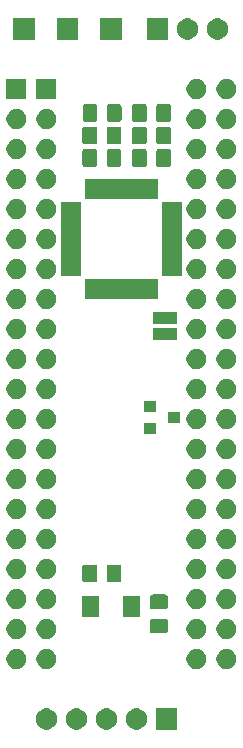
<source format=gbr>
G04 #@! TF.GenerationSoftware,KiCad,Pcbnew,(5.1.5)-3*
G04 #@! TF.CreationDate,2020-06-01T03:43:57-04:00*
G04 #@! TF.ProjectId,6526KernalSwitcher,36353236-4b65-4726-9e61-6c5377697463,rev?*
G04 #@! TF.SameCoordinates,Original*
G04 #@! TF.FileFunction,Soldermask,Top*
G04 #@! TF.FilePolarity,Negative*
%FSLAX46Y46*%
G04 Gerber Fmt 4.6, Leading zero omitted, Abs format (unit mm)*
G04 Created by KiCad (PCBNEW (5.1.5)-3) date 2020-06-01 03:43:57*
%MOMM*%
%LPD*%
G04 APERTURE LIST*
%ADD10C,0.100000*%
G04 APERTURE END LIST*
D10*
G36*
X106793512Y-103243927D02*
G01*
X106942812Y-103273624D01*
X107106784Y-103341544D01*
X107254354Y-103440147D01*
X107379853Y-103565646D01*
X107478456Y-103713216D01*
X107546376Y-103877188D01*
X107581000Y-104051259D01*
X107581000Y-104228741D01*
X107546376Y-104402812D01*
X107478456Y-104566784D01*
X107379853Y-104714354D01*
X107254354Y-104839853D01*
X107106784Y-104938456D01*
X106942812Y-105006376D01*
X106793512Y-105036073D01*
X106768742Y-105041000D01*
X106591258Y-105041000D01*
X106566488Y-105036073D01*
X106417188Y-105006376D01*
X106253216Y-104938456D01*
X106105646Y-104839853D01*
X105980147Y-104714354D01*
X105881544Y-104566784D01*
X105813624Y-104402812D01*
X105779000Y-104228741D01*
X105779000Y-104051259D01*
X105813624Y-103877188D01*
X105881544Y-103713216D01*
X105980147Y-103565646D01*
X106105646Y-103440147D01*
X106253216Y-103341544D01*
X106417188Y-103273624D01*
X106566488Y-103243927D01*
X106591258Y-103239000D01*
X106768742Y-103239000D01*
X106793512Y-103243927D01*
G37*
G36*
X104253512Y-103243927D02*
G01*
X104402812Y-103273624D01*
X104566784Y-103341544D01*
X104714354Y-103440147D01*
X104839853Y-103565646D01*
X104938456Y-103713216D01*
X105006376Y-103877188D01*
X105041000Y-104051259D01*
X105041000Y-104228741D01*
X105006376Y-104402812D01*
X104938456Y-104566784D01*
X104839853Y-104714354D01*
X104714354Y-104839853D01*
X104566784Y-104938456D01*
X104402812Y-105006376D01*
X104253512Y-105036073D01*
X104228742Y-105041000D01*
X104051258Y-105041000D01*
X104026488Y-105036073D01*
X103877188Y-105006376D01*
X103713216Y-104938456D01*
X103565646Y-104839853D01*
X103440147Y-104714354D01*
X103341544Y-104566784D01*
X103273624Y-104402812D01*
X103239000Y-104228741D01*
X103239000Y-104051259D01*
X103273624Y-103877188D01*
X103341544Y-103713216D01*
X103440147Y-103565646D01*
X103565646Y-103440147D01*
X103713216Y-103341544D01*
X103877188Y-103273624D01*
X104026488Y-103243927D01*
X104051258Y-103239000D01*
X104228742Y-103239000D01*
X104253512Y-103243927D01*
G37*
G36*
X101713512Y-103243927D02*
G01*
X101862812Y-103273624D01*
X102026784Y-103341544D01*
X102174354Y-103440147D01*
X102299853Y-103565646D01*
X102398456Y-103713216D01*
X102466376Y-103877188D01*
X102501000Y-104051259D01*
X102501000Y-104228741D01*
X102466376Y-104402812D01*
X102398456Y-104566784D01*
X102299853Y-104714354D01*
X102174354Y-104839853D01*
X102026784Y-104938456D01*
X101862812Y-105006376D01*
X101713512Y-105036073D01*
X101688742Y-105041000D01*
X101511258Y-105041000D01*
X101486488Y-105036073D01*
X101337188Y-105006376D01*
X101173216Y-104938456D01*
X101025646Y-104839853D01*
X100900147Y-104714354D01*
X100801544Y-104566784D01*
X100733624Y-104402812D01*
X100699000Y-104228741D01*
X100699000Y-104051259D01*
X100733624Y-103877188D01*
X100801544Y-103713216D01*
X100900147Y-103565646D01*
X101025646Y-103440147D01*
X101173216Y-103341544D01*
X101337188Y-103273624D01*
X101486488Y-103243927D01*
X101511258Y-103239000D01*
X101688742Y-103239000D01*
X101713512Y-103243927D01*
G37*
G36*
X112661000Y-105041000D02*
G01*
X110859000Y-105041000D01*
X110859000Y-103239000D01*
X112661000Y-103239000D01*
X112661000Y-105041000D01*
G37*
G36*
X109333512Y-103243927D02*
G01*
X109482812Y-103273624D01*
X109646784Y-103341544D01*
X109794354Y-103440147D01*
X109919853Y-103565646D01*
X110018456Y-103713216D01*
X110086376Y-103877188D01*
X110121000Y-104051259D01*
X110121000Y-104228741D01*
X110086376Y-104402812D01*
X110018456Y-104566784D01*
X109919853Y-104714354D01*
X109794354Y-104839853D01*
X109646784Y-104938456D01*
X109482812Y-105006376D01*
X109333512Y-105036073D01*
X109308742Y-105041000D01*
X109131258Y-105041000D01*
X109106488Y-105036073D01*
X108957188Y-105006376D01*
X108793216Y-104938456D01*
X108645646Y-104839853D01*
X108520147Y-104714354D01*
X108421544Y-104566784D01*
X108353624Y-104402812D01*
X108319000Y-104228741D01*
X108319000Y-104051259D01*
X108353624Y-103877188D01*
X108421544Y-103713216D01*
X108520147Y-103565646D01*
X108645646Y-103440147D01*
X108793216Y-103341544D01*
X108957188Y-103273624D01*
X109106488Y-103243927D01*
X109131258Y-103239000D01*
X109308742Y-103239000D01*
X109333512Y-103243927D01*
G37*
G36*
X101848228Y-98241703D02*
G01*
X102003100Y-98305853D01*
X102142481Y-98398985D01*
X102261015Y-98517519D01*
X102354147Y-98656900D01*
X102418297Y-98811772D01*
X102451000Y-98976184D01*
X102451000Y-99143816D01*
X102418297Y-99308228D01*
X102354147Y-99463100D01*
X102261015Y-99602481D01*
X102142481Y-99721015D01*
X102003100Y-99814147D01*
X101848228Y-99878297D01*
X101683816Y-99911000D01*
X101516184Y-99911000D01*
X101351772Y-99878297D01*
X101196900Y-99814147D01*
X101057519Y-99721015D01*
X100938985Y-99602481D01*
X100845853Y-99463100D01*
X100781703Y-99308228D01*
X100749000Y-99143816D01*
X100749000Y-98976184D01*
X100781703Y-98811772D01*
X100845853Y-98656900D01*
X100938985Y-98517519D01*
X101057519Y-98398985D01*
X101196900Y-98305853D01*
X101351772Y-98241703D01*
X101516184Y-98209000D01*
X101683816Y-98209000D01*
X101848228Y-98241703D01*
G37*
G36*
X117088228Y-98241703D02*
G01*
X117243100Y-98305853D01*
X117382481Y-98398985D01*
X117501015Y-98517519D01*
X117594147Y-98656900D01*
X117658297Y-98811772D01*
X117691000Y-98976184D01*
X117691000Y-99143816D01*
X117658297Y-99308228D01*
X117594147Y-99463100D01*
X117501015Y-99602481D01*
X117382481Y-99721015D01*
X117243100Y-99814147D01*
X117088228Y-99878297D01*
X116923816Y-99911000D01*
X116756184Y-99911000D01*
X116591772Y-99878297D01*
X116436900Y-99814147D01*
X116297519Y-99721015D01*
X116178985Y-99602481D01*
X116085853Y-99463100D01*
X116021703Y-99308228D01*
X115989000Y-99143816D01*
X115989000Y-98976184D01*
X116021703Y-98811772D01*
X116085853Y-98656900D01*
X116178985Y-98517519D01*
X116297519Y-98398985D01*
X116436900Y-98305853D01*
X116591772Y-98241703D01*
X116756184Y-98209000D01*
X116923816Y-98209000D01*
X117088228Y-98241703D01*
G37*
G36*
X114548228Y-98241703D02*
G01*
X114703100Y-98305853D01*
X114842481Y-98398985D01*
X114961015Y-98517519D01*
X115054147Y-98656900D01*
X115118297Y-98811772D01*
X115151000Y-98976184D01*
X115151000Y-99143816D01*
X115118297Y-99308228D01*
X115054147Y-99463100D01*
X114961015Y-99602481D01*
X114842481Y-99721015D01*
X114703100Y-99814147D01*
X114548228Y-99878297D01*
X114383816Y-99911000D01*
X114216184Y-99911000D01*
X114051772Y-99878297D01*
X113896900Y-99814147D01*
X113757519Y-99721015D01*
X113638985Y-99602481D01*
X113545853Y-99463100D01*
X113481703Y-99308228D01*
X113449000Y-99143816D01*
X113449000Y-98976184D01*
X113481703Y-98811772D01*
X113545853Y-98656900D01*
X113638985Y-98517519D01*
X113757519Y-98398985D01*
X113896900Y-98305853D01*
X114051772Y-98241703D01*
X114216184Y-98209000D01*
X114383816Y-98209000D01*
X114548228Y-98241703D01*
G37*
G36*
X99308228Y-98241703D02*
G01*
X99463100Y-98305853D01*
X99602481Y-98398985D01*
X99721015Y-98517519D01*
X99814147Y-98656900D01*
X99878297Y-98811772D01*
X99911000Y-98976184D01*
X99911000Y-99143816D01*
X99878297Y-99308228D01*
X99814147Y-99463100D01*
X99721015Y-99602481D01*
X99602481Y-99721015D01*
X99463100Y-99814147D01*
X99308228Y-99878297D01*
X99143816Y-99911000D01*
X98976184Y-99911000D01*
X98811772Y-99878297D01*
X98656900Y-99814147D01*
X98517519Y-99721015D01*
X98398985Y-99602481D01*
X98305853Y-99463100D01*
X98241703Y-99308228D01*
X98209000Y-99143816D01*
X98209000Y-98976184D01*
X98241703Y-98811772D01*
X98305853Y-98656900D01*
X98398985Y-98517519D01*
X98517519Y-98398985D01*
X98656900Y-98305853D01*
X98811772Y-98241703D01*
X98976184Y-98209000D01*
X99143816Y-98209000D01*
X99308228Y-98241703D01*
G37*
G36*
X99308228Y-95701703D02*
G01*
X99463100Y-95765853D01*
X99602481Y-95858985D01*
X99721015Y-95977519D01*
X99814147Y-96116900D01*
X99878297Y-96271772D01*
X99911000Y-96436184D01*
X99911000Y-96603816D01*
X99878297Y-96768228D01*
X99814147Y-96923100D01*
X99721015Y-97062481D01*
X99602481Y-97181015D01*
X99463100Y-97274147D01*
X99308228Y-97338297D01*
X99143816Y-97371000D01*
X98976184Y-97371000D01*
X98811772Y-97338297D01*
X98656900Y-97274147D01*
X98517519Y-97181015D01*
X98398985Y-97062481D01*
X98305853Y-96923100D01*
X98241703Y-96768228D01*
X98209000Y-96603816D01*
X98209000Y-96436184D01*
X98241703Y-96271772D01*
X98305853Y-96116900D01*
X98398985Y-95977519D01*
X98517519Y-95858985D01*
X98656900Y-95765853D01*
X98811772Y-95701703D01*
X98976184Y-95669000D01*
X99143816Y-95669000D01*
X99308228Y-95701703D01*
G37*
G36*
X101848228Y-95701703D02*
G01*
X102003100Y-95765853D01*
X102142481Y-95858985D01*
X102261015Y-95977519D01*
X102354147Y-96116900D01*
X102418297Y-96271772D01*
X102451000Y-96436184D01*
X102451000Y-96603816D01*
X102418297Y-96768228D01*
X102354147Y-96923100D01*
X102261015Y-97062481D01*
X102142481Y-97181015D01*
X102003100Y-97274147D01*
X101848228Y-97338297D01*
X101683816Y-97371000D01*
X101516184Y-97371000D01*
X101351772Y-97338297D01*
X101196900Y-97274147D01*
X101057519Y-97181015D01*
X100938985Y-97062481D01*
X100845853Y-96923100D01*
X100781703Y-96768228D01*
X100749000Y-96603816D01*
X100749000Y-96436184D01*
X100781703Y-96271772D01*
X100845853Y-96116900D01*
X100938985Y-95977519D01*
X101057519Y-95858985D01*
X101196900Y-95765853D01*
X101351772Y-95701703D01*
X101516184Y-95669000D01*
X101683816Y-95669000D01*
X101848228Y-95701703D01*
G37*
G36*
X114548228Y-95701703D02*
G01*
X114703100Y-95765853D01*
X114842481Y-95858985D01*
X114961015Y-95977519D01*
X115054147Y-96116900D01*
X115118297Y-96271772D01*
X115151000Y-96436184D01*
X115151000Y-96603816D01*
X115118297Y-96768228D01*
X115054147Y-96923100D01*
X114961015Y-97062481D01*
X114842481Y-97181015D01*
X114703100Y-97274147D01*
X114548228Y-97338297D01*
X114383816Y-97371000D01*
X114216184Y-97371000D01*
X114051772Y-97338297D01*
X113896900Y-97274147D01*
X113757519Y-97181015D01*
X113638985Y-97062481D01*
X113545853Y-96923100D01*
X113481703Y-96768228D01*
X113449000Y-96603816D01*
X113449000Y-96436184D01*
X113481703Y-96271772D01*
X113545853Y-96116900D01*
X113638985Y-95977519D01*
X113757519Y-95858985D01*
X113896900Y-95765853D01*
X114051772Y-95701703D01*
X114216184Y-95669000D01*
X114383816Y-95669000D01*
X114548228Y-95701703D01*
G37*
G36*
X117088228Y-95701703D02*
G01*
X117243100Y-95765853D01*
X117382481Y-95858985D01*
X117501015Y-95977519D01*
X117594147Y-96116900D01*
X117658297Y-96271772D01*
X117691000Y-96436184D01*
X117691000Y-96603816D01*
X117658297Y-96768228D01*
X117594147Y-96923100D01*
X117501015Y-97062481D01*
X117382481Y-97181015D01*
X117243100Y-97274147D01*
X117088228Y-97338297D01*
X116923816Y-97371000D01*
X116756184Y-97371000D01*
X116591772Y-97338297D01*
X116436900Y-97274147D01*
X116297519Y-97181015D01*
X116178985Y-97062481D01*
X116085853Y-96923100D01*
X116021703Y-96768228D01*
X115989000Y-96603816D01*
X115989000Y-96436184D01*
X116021703Y-96271772D01*
X116085853Y-96116900D01*
X116178985Y-95977519D01*
X116297519Y-95858985D01*
X116436900Y-95765853D01*
X116591772Y-95701703D01*
X116756184Y-95669000D01*
X116923816Y-95669000D01*
X117088228Y-95701703D01*
G37*
G36*
X111713674Y-95653465D02*
G01*
X111751367Y-95664899D01*
X111786103Y-95683466D01*
X111816548Y-95708452D01*
X111841534Y-95738897D01*
X111860101Y-95773633D01*
X111871535Y-95811326D01*
X111876000Y-95856661D01*
X111876000Y-96693339D01*
X111871535Y-96738674D01*
X111860101Y-96776367D01*
X111841534Y-96811103D01*
X111816548Y-96841548D01*
X111786103Y-96866534D01*
X111751367Y-96885101D01*
X111713674Y-96896535D01*
X111668339Y-96901000D01*
X110581661Y-96901000D01*
X110536326Y-96896535D01*
X110498633Y-96885101D01*
X110463897Y-96866534D01*
X110433452Y-96841548D01*
X110408466Y-96811103D01*
X110389899Y-96776367D01*
X110378465Y-96738674D01*
X110374000Y-96693339D01*
X110374000Y-95856661D01*
X110378465Y-95811326D01*
X110389899Y-95773633D01*
X110408466Y-95738897D01*
X110433452Y-95708452D01*
X110463897Y-95683466D01*
X110498633Y-95664899D01*
X110536326Y-95653465D01*
X110581661Y-95649000D01*
X111668339Y-95649000D01*
X111713674Y-95653465D01*
G37*
G36*
X109512000Y-95516000D02*
G01*
X108110000Y-95516000D01*
X108110000Y-93714000D01*
X109512000Y-93714000D01*
X109512000Y-95516000D01*
G37*
G36*
X106012000Y-95516000D02*
G01*
X104610000Y-95516000D01*
X104610000Y-93714000D01*
X106012000Y-93714000D01*
X106012000Y-95516000D01*
G37*
G36*
X111713674Y-93603465D02*
G01*
X111751367Y-93614899D01*
X111786103Y-93633466D01*
X111816548Y-93658452D01*
X111841534Y-93688897D01*
X111860101Y-93723633D01*
X111871535Y-93761326D01*
X111876000Y-93806661D01*
X111876000Y-94643339D01*
X111871535Y-94688674D01*
X111860101Y-94726367D01*
X111841534Y-94761103D01*
X111816548Y-94791548D01*
X111786103Y-94816534D01*
X111751367Y-94835101D01*
X111713674Y-94846535D01*
X111668339Y-94851000D01*
X110581661Y-94851000D01*
X110536326Y-94846535D01*
X110498633Y-94835101D01*
X110463897Y-94816534D01*
X110433452Y-94791548D01*
X110408466Y-94761103D01*
X110389899Y-94726367D01*
X110378465Y-94688674D01*
X110374000Y-94643339D01*
X110374000Y-93806661D01*
X110378465Y-93761326D01*
X110389899Y-93723633D01*
X110408466Y-93688897D01*
X110433452Y-93658452D01*
X110463897Y-93633466D01*
X110498633Y-93614899D01*
X110536326Y-93603465D01*
X110581661Y-93599000D01*
X111668339Y-93599000D01*
X111713674Y-93603465D01*
G37*
G36*
X101848228Y-93161703D02*
G01*
X102003100Y-93225853D01*
X102142481Y-93318985D01*
X102261015Y-93437519D01*
X102354147Y-93576900D01*
X102418297Y-93731772D01*
X102451000Y-93896184D01*
X102451000Y-94063816D01*
X102418297Y-94228228D01*
X102354147Y-94383100D01*
X102261015Y-94522481D01*
X102142481Y-94641015D01*
X102003100Y-94734147D01*
X101848228Y-94798297D01*
X101683816Y-94831000D01*
X101516184Y-94831000D01*
X101351772Y-94798297D01*
X101196900Y-94734147D01*
X101057519Y-94641015D01*
X100938985Y-94522481D01*
X100845853Y-94383100D01*
X100781703Y-94228228D01*
X100749000Y-94063816D01*
X100749000Y-93896184D01*
X100781703Y-93731772D01*
X100845853Y-93576900D01*
X100938985Y-93437519D01*
X101057519Y-93318985D01*
X101196900Y-93225853D01*
X101351772Y-93161703D01*
X101516184Y-93129000D01*
X101683816Y-93129000D01*
X101848228Y-93161703D01*
G37*
G36*
X114548228Y-93161703D02*
G01*
X114703100Y-93225853D01*
X114842481Y-93318985D01*
X114961015Y-93437519D01*
X115054147Y-93576900D01*
X115118297Y-93731772D01*
X115151000Y-93896184D01*
X115151000Y-94063816D01*
X115118297Y-94228228D01*
X115054147Y-94383100D01*
X114961015Y-94522481D01*
X114842481Y-94641015D01*
X114703100Y-94734147D01*
X114548228Y-94798297D01*
X114383816Y-94831000D01*
X114216184Y-94831000D01*
X114051772Y-94798297D01*
X113896900Y-94734147D01*
X113757519Y-94641015D01*
X113638985Y-94522481D01*
X113545853Y-94383100D01*
X113481703Y-94228228D01*
X113449000Y-94063816D01*
X113449000Y-93896184D01*
X113481703Y-93731772D01*
X113545853Y-93576900D01*
X113638985Y-93437519D01*
X113757519Y-93318985D01*
X113896900Y-93225853D01*
X114051772Y-93161703D01*
X114216184Y-93129000D01*
X114383816Y-93129000D01*
X114548228Y-93161703D01*
G37*
G36*
X99308228Y-93161703D02*
G01*
X99463100Y-93225853D01*
X99602481Y-93318985D01*
X99721015Y-93437519D01*
X99814147Y-93576900D01*
X99878297Y-93731772D01*
X99911000Y-93896184D01*
X99911000Y-94063816D01*
X99878297Y-94228228D01*
X99814147Y-94383100D01*
X99721015Y-94522481D01*
X99602481Y-94641015D01*
X99463100Y-94734147D01*
X99308228Y-94798297D01*
X99143816Y-94831000D01*
X98976184Y-94831000D01*
X98811772Y-94798297D01*
X98656900Y-94734147D01*
X98517519Y-94641015D01*
X98398985Y-94522481D01*
X98305853Y-94383100D01*
X98241703Y-94228228D01*
X98209000Y-94063816D01*
X98209000Y-93896184D01*
X98241703Y-93731772D01*
X98305853Y-93576900D01*
X98398985Y-93437519D01*
X98517519Y-93318985D01*
X98656900Y-93225853D01*
X98811772Y-93161703D01*
X98976184Y-93129000D01*
X99143816Y-93129000D01*
X99308228Y-93161703D01*
G37*
G36*
X117088228Y-93161703D02*
G01*
X117243100Y-93225853D01*
X117382481Y-93318985D01*
X117501015Y-93437519D01*
X117594147Y-93576900D01*
X117658297Y-93731772D01*
X117691000Y-93896184D01*
X117691000Y-94063816D01*
X117658297Y-94228228D01*
X117594147Y-94383100D01*
X117501015Y-94522481D01*
X117382481Y-94641015D01*
X117243100Y-94734147D01*
X117088228Y-94798297D01*
X116923816Y-94831000D01*
X116756184Y-94831000D01*
X116591772Y-94798297D01*
X116436900Y-94734147D01*
X116297519Y-94641015D01*
X116178985Y-94522481D01*
X116085853Y-94383100D01*
X116021703Y-94228228D01*
X115989000Y-94063816D01*
X115989000Y-93896184D01*
X116021703Y-93731772D01*
X116085853Y-93576900D01*
X116178985Y-93437519D01*
X116297519Y-93318985D01*
X116436900Y-93225853D01*
X116591772Y-93161703D01*
X116756184Y-93129000D01*
X116923816Y-93129000D01*
X117088228Y-93161703D01*
G37*
G36*
X107787674Y-91074465D02*
G01*
X107825367Y-91085899D01*
X107860103Y-91104466D01*
X107890548Y-91129452D01*
X107915534Y-91159897D01*
X107934101Y-91194633D01*
X107945535Y-91232326D01*
X107950000Y-91277661D01*
X107950000Y-92364339D01*
X107945535Y-92409674D01*
X107934101Y-92447367D01*
X107915534Y-92482103D01*
X107890548Y-92512548D01*
X107860103Y-92537534D01*
X107825367Y-92556101D01*
X107787674Y-92567535D01*
X107742339Y-92572000D01*
X106905661Y-92572000D01*
X106860326Y-92567535D01*
X106822633Y-92556101D01*
X106787897Y-92537534D01*
X106757452Y-92512548D01*
X106732466Y-92482103D01*
X106713899Y-92447367D01*
X106702465Y-92409674D01*
X106698000Y-92364339D01*
X106698000Y-91277661D01*
X106702465Y-91232326D01*
X106713899Y-91194633D01*
X106732466Y-91159897D01*
X106757452Y-91129452D01*
X106787897Y-91104466D01*
X106822633Y-91085899D01*
X106860326Y-91074465D01*
X106905661Y-91070000D01*
X107742339Y-91070000D01*
X107787674Y-91074465D01*
G37*
G36*
X105737674Y-91074465D02*
G01*
X105775367Y-91085899D01*
X105810103Y-91104466D01*
X105840548Y-91129452D01*
X105865534Y-91159897D01*
X105884101Y-91194633D01*
X105895535Y-91232326D01*
X105900000Y-91277661D01*
X105900000Y-92364339D01*
X105895535Y-92409674D01*
X105884101Y-92447367D01*
X105865534Y-92482103D01*
X105840548Y-92512548D01*
X105810103Y-92537534D01*
X105775367Y-92556101D01*
X105737674Y-92567535D01*
X105692339Y-92572000D01*
X104855661Y-92572000D01*
X104810326Y-92567535D01*
X104772633Y-92556101D01*
X104737897Y-92537534D01*
X104707452Y-92512548D01*
X104682466Y-92482103D01*
X104663899Y-92447367D01*
X104652465Y-92409674D01*
X104648000Y-92364339D01*
X104648000Y-91277661D01*
X104652465Y-91232326D01*
X104663899Y-91194633D01*
X104682466Y-91159897D01*
X104707452Y-91129452D01*
X104737897Y-91104466D01*
X104772633Y-91085899D01*
X104810326Y-91074465D01*
X104855661Y-91070000D01*
X105692339Y-91070000D01*
X105737674Y-91074465D01*
G37*
G36*
X117088228Y-90621703D02*
G01*
X117243100Y-90685853D01*
X117382481Y-90778985D01*
X117501015Y-90897519D01*
X117594147Y-91036900D01*
X117658297Y-91191772D01*
X117691000Y-91356184D01*
X117691000Y-91523816D01*
X117658297Y-91688228D01*
X117594147Y-91843100D01*
X117501015Y-91982481D01*
X117382481Y-92101015D01*
X117243100Y-92194147D01*
X117088228Y-92258297D01*
X116923816Y-92291000D01*
X116756184Y-92291000D01*
X116591772Y-92258297D01*
X116436900Y-92194147D01*
X116297519Y-92101015D01*
X116178985Y-91982481D01*
X116085853Y-91843100D01*
X116021703Y-91688228D01*
X115989000Y-91523816D01*
X115989000Y-91356184D01*
X116021703Y-91191772D01*
X116085853Y-91036900D01*
X116178985Y-90897519D01*
X116297519Y-90778985D01*
X116436900Y-90685853D01*
X116591772Y-90621703D01*
X116756184Y-90589000D01*
X116923816Y-90589000D01*
X117088228Y-90621703D01*
G37*
G36*
X99308228Y-90621703D02*
G01*
X99463100Y-90685853D01*
X99602481Y-90778985D01*
X99721015Y-90897519D01*
X99814147Y-91036900D01*
X99878297Y-91191772D01*
X99911000Y-91356184D01*
X99911000Y-91523816D01*
X99878297Y-91688228D01*
X99814147Y-91843100D01*
X99721015Y-91982481D01*
X99602481Y-92101015D01*
X99463100Y-92194147D01*
X99308228Y-92258297D01*
X99143816Y-92291000D01*
X98976184Y-92291000D01*
X98811772Y-92258297D01*
X98656900Y-92194147D01*
X98517519Y-92101015D01*
X98398985Y-91982481D01*
X98305853Y-91843100D01*
X98241703Y-91688228D01*
X98209000Y-91523816D01*
X98209000Y-91356184D01*
X98241703Y-91191772D01*
X98305853Y-91036900D01*
X98398985Y-90897519D01*
X98517519Y-90778985D01*
X98656900Y-90685853D01*
X98811772Y-90621703D01*
X98976184Y-90589000D01*
X99143816Y-90589000D01*
X99308228Y-90621703D01*
G37*
G36*
X101848228Y-90621703D02*
G01*
X102003100Y-90685853D01*
X102142481Y-90778985D01*
X102261015Y-90897519D01*
X102354147Y-91036900D01*
X102418297Y-91191772D01*
X102451000Y-91356184D01*
X102451000Y-91523816D01*
X102418297Y-91688228D01*
X102354147Y-91843100D01*
X102261015Y-91982481D01*
X102142481Y-92101015D01*
X102003100Y-92194147D01*
X101848228Y-92258297D01*
X101683816Y-92291000D01*
X101516184Y-92291000D01*
X101351772Y-92258297D01*
X101196900Y-92194147D01*
X101057519Y-92101015D01*
X100938985Y-91982481D01*
X100845853Y-91843100D01*
X100781703Y-91688228D01*
X100749000Y-91523816D01*
X100749000Y-91356184D01*
X100781703Y-91191772D01*
X100845853Y-91036900D01*
X100938985Y-90897519D01*
X101057519Y-90778985D01*
X101196900Y-90685853D01*
X101351772Y-90621703D01*
X101516184Y-90589000D01*
X101683816Y-90589000D01*
X101848228Y-90621703D01*
G37*
G36*
X114548228Y-90621703D02*
G01*
X114703100Y-90685853D01*
X114842481Y-90778985D01*
X114961015Y-90897519D01*
X115054147Y-91036900D01*
X115118297Y-91191772D01*
X115151000Y-91356184D01*
X115151000Y-91523816D01*
X115118297Y-91688228D01*
X115054147Y-91843100D01*
X114961015Y-91982481D01*
X114842481Y-92101015D01*
X114703100Y-92194147D01*
X114548228Y-92258297D01*
X114383816Y-92291000D01*
X114216184Y-92291000D01*
X114051772Y-92258297D01*
X113896900Y-92194147D01*
X113757519Y-92101015D01*
X113638985Y-91982481D01*
X113545853Y-91843100D01*
X113481703Y-91688228D01*
X113449000Y-91523816D01*
X113449000Y-91356184D01*
X113481703Y-91191772D01*
X113545853Y-91036900D01*
X113638985Y-90897519D01*
X113757519Y-90778985D01*
X113896900Y-90685853D01*
X114051772Y-90621703D01*
X114216184Y-90589000D01*
X114383816Y-90589000D01*
X114548228Y-90621703D01*
G37*
G36*
X99308228Y-88081703D02*
G01*
X99463100Y-88145853D01*
X99602481Y-88238985D01*
X99721015Y-88357519D01*
X99814147Y-88496900D01*
X99878297Y-88651772D01*
X99911000Y-88816184D01*
X99911000Y-88983816D01*
X99878297Y-89148228D01*
X99814147Y-89303100D01*
X99721015Y-89442481D01*
X99602481Y-89561015D01*
X99463100Y-89654147D01*
X99308228Y-89718297D01*
X99143816Y-89751000D01*
X98976184Y-89751000D01*
X98811772Y-89718297D01*
X98656900Y-89654147D01*
X98517519Y-89561015D01*
X98398985Y-89442481D01*
X98305853Y-89303100D01*
X98241703Y-89148228D01*
X98209000Y-88983816D01*
X98209000Y-88816184D01*
X98241703Y-88651772D01*
X98305853Y-88496900D01*
X98398985Y-88357519D01*
X98517519Y-88238985D01*
X98656900Y-88145853D01*
X98811772Y-88081703D01*
X98976184Y-88049000D01*
X99143816Y-88049000D01*
X99308228Y-88081703D01*
G37*
G36*
X117088228Y-88081703D02*
G01*
X117243100Y-88145853D01*
X117382481Y-88238985D01*
X117501015Y-88357519D01*
X117594147Y-88496900D01*
X117658297Y-88651772D01*
X117691000Y-88816184D01*
X117691000Y-88983816D01*
X117658297Y-89148228D01*
X117594147Y-89303100D01*
X117501015Y-89442481D01*
X117382481Y-89561015D01*
X117243100Y-89654147D01*
X117088228Y-89718297D01*
X116923816Y-89751000D01*
X116756184Y-89751000D01*
X116591772Y-89718297D01*
X116436900Y-89654147D01*
X116297519Y-89561015D01*
X116178985Y-89442481D01*
X116085853Y-89303100D01*
X116021703Y-89148228D01*
X115989000Y-88983816D01*
X115989000Y-88816184D01*
X116021703Y-88651772D01*
X116085853Y-88496900D01*
X116178985Y-88357519D01*
X116297519Y-88238985D01*
X116436900Y-88145853D01*
X116591772Y-88081703D01*
X116756184Y-88049000D01*
X116923816Y-88049000D01*
X117088228Y-88081703D01*
G37*
G36*
X114548228Y-88081703D02*
G01*
X114703100Y-88145853D01*
X114842481Y-88238985D01*
X114961015Y-88357519D01*
X115054147Y-88496900D01*
X115118297Y-88651772D01*
X115151000Y-88816184D01*
X115151000Y-88983816D01*
X115118297Y-89148228D01*
X115054147Y-89303100D01*
X114961015Y-89442481D01*
X114842481Y-89561015D01*
X114703100Y-89654147D01*
X114548228Y-89718297D01*
X114383816Y-89751000D01*
X114216184Y-89751000D01*
X114051772Y-89718297D01*
X113896900Y-89654147D01*
X113757519Y-89561015D01*
X113638985Y-89442481D01*
X113545853Y-89303100D01*
X113481703Y-89148228D01*
X113449000Y-88983816D01*
X113449000Y-88816184D01*
X113481703Y-88651772D01*
X113545853Y-88496900D01*
X113638985Y-88357519D01*
X113757519Y-88238985D01*
X113896900Y-88145853D01*
X114051772Y-88081703D01*
X114216184Y-88049000D01*
X114383816Y-88049000D01*
X114548228Y-88081703D01*
G37*
G36*
X101848228Y-88081703D02*
G01*
X102003100Y-88145853D01*
X102142481Y-88238985D01*
X102261015Y-88357519D01*
X102354147Y-88496900D01*
X102418297Y-88651772D01*
X102451000Y-88816184D01*
X102451000Y-88983816D01*
X102418297Y-89148228D01*
X102354147Y-89303100D01*
X102261015Y-89442481D01*
X102142481Y-89561015D01*
X102003100Y-89654147D01*
X101848228Y-89718297D01*
X101683816Y-89751000D01*
X101516184Y-89751000D01*
X101351772Y-89718297D01*
X101196900Y-89654147D01*
X101057519Y-89561015D01*
X100938985Y-89442481D01*
X100845853Y-89303100D01*
X100781703Y-89148228D01*
X100749000Y-88983816D01*
X100749000Y-88816184D01*
X100781703Y-88651772D01*
X100845853Y-88496900D01*
X100938985Y-88357519D01*
X101057519Y-88238985D01*
X101196900Y-88145853D01*
X101351772Y-88081703D01*
X101516184Y-88049000D01*
X101683816Y-88049000D01*
X101848228Y-88081703D01*
G37*
G36*
X101848228Y-85541703D02*
G01*
X102003100Y-85605853D01*
X102142481Y-85698985D01*
X102261015Y-85817519D01*
X102354147Y-85956900D01*
X102418297Y-86111772D01*
X102451000Y-86276184D01*
X102451000Y-86443816D01*
X102418297Y-86608228D01*
X102354147Y-86763100D01*
X102261015Y-86902481D01*
X102142481Y-87021015D01*
X102003100Y-87114147D01*
X101848228Y-87178297D01*
X101683816Y-87211000D01*
X101516184Y-87211000D01*
X101351772Y-87178297D01*
X101196900Y-87114147D01*
X101057519Y-87021015D01*
X100938985Y-86902481D01*
X100845853Y-86763100D01*
X100781703Y-86608228D01*
X100749000Y-86443816D01*
X100749000Y-86276184D01*
X100781703Y-86111772D01*
X100845853Y-85956900D01*
X100938985Y-85817519D01*
X101057519Y-85698985D01*
X101196900Y-85605853D01*
X101351772Y-85541703D01*
X101516184Y-85509000D01*
X101683816Y-85509000D01*
X101848228Y-85541703D01*
G37*
G36*
X114548228Y-85541703D02*
G01*
X114703100Y-85605853D01*
X114842481Y-85698985D01*
X114961015Y-85817519D01*
X115054147Y-85956900D01*
X115118297Y-86111772D01*
X115151000Y-86276184D01*
X115151000Y-86443816D01*
X115118297Y-86608228D01*
X115054147Y-86763100D01*
X114961015Y-86902481D01*
X114842481Y-87021015D01*
X114703100Y-87114147D01*
X114548228Y-87178297D01*
X114383816Y-87211000D01*
X114216184Y-87211000D01*
X114051772Y-87178297D01*
X113896900Y-87114147D01*
X113757519Y-87021015D01*
X113638985Y-86902481D01*
X113545853Y-86763100D01*
X113481703Y-86608228D01*
X113449000Y-86443816D01*
X113449000Y-86276184D01*
X113481703Y-86111772D01*
X113545853Y-85956900D01*
X113638985Y-85817519D01*
X113757519Y-85698985D01*
X113896900Y-85605853D01*
X114051772Y-85541703D01*
X114216184Y-85509000D01*
X114383816Y-85509000D01*
X114548228Y-85541703D01*
G37*
G36*
X99308228Y-85541703D02*
G01*
X99463100Y-85605853D01*
X99602481Y-85698985D01*
X99721015Y-85817519D01*
X99814147Y-85956900D01*
X99878297Y-86111772D01*
X99911000Y-86276184D01*
X99911000Y-86443816D01*
X99878297Y-86608228D01*
X99814147Y-86763100D01*
X99721015Y-86902481D01*
X99602481Y-87021015D01*
X99463100Y-87114147D01*
X99308228Y-87178297D01*
X99143816Y-87211000D01*
X98976184Y-87211000D01*
X98811772Y-87178297D01*
X98656900Y-87114147D01*
X98517519Y-87021015D01*
X98398985Y-86902481D01*
X98305853Y-86763100D01*
X98241703Y-86608228D01*
X98209000Y-86443816D01*
X98209000Y-86276184D01*
X98241703Y-86111772D01*
X98305853Y-85956900D01*
X98398985Y-85817519D01*
X98517519Y-85698985D01*
X98656900Y-85605853D01*
X98811772Y-85541703D01*
X98976184Y-85509000D01*
X99143816Y-85509000D01*
X99308228Y-85541703D01*
G37*
G36*
X117088228Y-85541703D02*
G01*
X117243100Y-85605853D01*
X117382481Y-85698985D01*
X117501015Y-85817519D01*
X117594147Y-85956900D01*
X117658297Y-86111772D01*
X117691000Y-86276184D01*
X117691000Y-86443816D01*
X117658297Y-86608228D01*
X117594147Y-86763100D01*
X117501015Y-86902481D01*
X117382481Y-87021015D01*
X117243100Y-87114147D01*
X117088228Y-87178297D01*
X116923816Y-87211000D01*
X116756184Y-87211000D01*
X116591772Y-87178297D01*
X116436900Y-87114147D01*
X116297519Y-87021015D01*
X116178985Y-86902481D01*
X116085853Y-86763100D01*
X116021703Y-86608228D01*
X115989000Y-86443816D01*
X115989000Y-86276184D01*
X116021703Y-86111772D01*
X116085853Y-85956900D01*
X116178985Y-85817519D01*
X116297519Y-85698985D01*
X116436900Y-85605853D01*
X116591772Y-85541703D01*
X116756184Y-85509000D01*
X116923816Y-85509000D01*
X117088228Y-85541703D01*
G37*
G36*
X117088228Y-83001703D02*
G01*
X117243100Y-83065853D01*
X117382481Y-83158985D01*
X117501015Y-83277519D01*
X117594147Y-83416900D01*
X117658297Y-83571772D01*
X117691000Y-83736184D01*
X117691000Y-83903816D01*
X117658297Y-84068228D01*
X117594147Y-84223100D01*
X117501015Y-84362481D01*
X117382481Y-84481015D01*
X117243100Y-84574147D01*
X117088228Y-84638297D01*
X116923816Y-84671000D01*
X116756184Y-84671000D01*
X116591772Y-84638297D01*
X116436900Y-84574147D01*
X116297519Y-84481015D01*
X116178985Y-84362481D01*
X116085853Y-84223100D01*
X116021703Y-84068228D01*
X115989000Y-83903816D01*
X115989000Y-83736184D01*
X116021703Y-83571772D01*
X116085853Y-83416900D01*
X116178985Y-83277519D01*
X116297519Y-83158985D01*
X116436900Y-83065853D01*
X116591772Y-83001703D01*
X116756184Y-82969000D01*
X116923816Y-82969000D01*
X117088228Y-83001703D01*
G37*
G36*
X114548228Y-83001703D02*
G01*
X114703100Y-83065853D01*
X114842481Y-83158985D01*
X114961015Y-83277519D01*
X115054147Y-83416900D01*
X115118297Y-83571772D01*
X115151000Y-83736184D01*
X115151000Y-83903816D01*
X115118297Y-84068228D01*
X115054147Y-84223100D01*
X114961015Y-84362481D01*
X114842481Y-84481015D01*
X114703100Y-84574147D01*
X114548228Y-84638297D01*
X114383816Y-84671000D01*
X114216184Y-84671000D01*
X114051772Y-84638297D01*
X113896900Y-84574147D01*
X113757519Y-84481015D01*
X113638985Y-84362481D01*
X113545853Y-84223100D01*
X113481703Y-84068228D01*
X113449000Y-83903816D01*
X113449000Y-83736184D01*
X113481703Y-83571772D01*
X113545853Y-83416900D01*
X113638985Y-83277519D01*
X113757519Y-83158985D01*
X113896900Y-83065853D01*
X114051772Y-83001703D01*
X114216184Y-82969000D01*
X114383816Y-82969000D01*
X114548228Y-83001703D01*
G37*
G36*
X99308228Y-83001703D02*
G01*
X99463100Y-83065853D01*
X99602481Y-83158985D01*
X99721015Y-83277519D01*
X99814147Y-83416900D01*
X99878297Y-83571772D01*
X99911000Y-83736184D01*
X99911000Y-83903816D01*
X99878297Y-84068228D01*
X99814147Y-84223100D01*
X99721015Y-84362481D01*
X99602481Y-84481015D01*
X99463100Y-84574147D01*
X99308228Y-84638297D01*
X99143816Y-84671000D01*
X98976184Y-84671000D01*
X98811772Y-84638297D01*
X98656900Y-84574147D01*
X98517519Y-84481015D01*
X98398985Y-84362481D01*
X98305853Y-84223100D01*
X98241703Y-84068228D01*
X98209000Y-83903816D01*
X98209000Y-83736184D01*
X98241703Y-83571772D01*
X98305853Y-83416900D01*
X98398985Y-83277519D01*
X98517519Y-83158985D01*
X98656900Y-83065853D01*
X98811772Y-83001703D01*
X98976184Y-82969000D01*
X99143816Y-82969000D01*
X99308228Y-83001703D01*
G37*
G36*
X101848228Y-83001703D02*
G01*
X102003100Y-83065853D01*
X102142481Y-83158985D01*
X102261015Y-83277519D01*
X102354147Y-83416900D01*
X102418297Y-83571772D01*
X102451000Y-83736184D01*
X102451000Y-83903816D01*
X102418297Y-84068228D01*
X102354147Y-84223100D01*
X102261015Y-84362481D01*
X102142481Y-84481015D01*
X102003100Y-84574147D01*
X101848228Y-84638297D01*
X101683816Y-84671000D01*
X101516184Y-84671000D01*
X101351772Y-84638297D01*
X101196900Y-84574147D01*
X101057519Y-84481015D01*
X100938985Y-84362481D01*
X100845853Y-84223100D01*
X100781703Y-84068228D01*
X100749000Y-83903816D01*
X100749000Y-83736184D01*
X100781703Y-83571772D01*
X100845853Y-83416900D01*
X100938985Y-83277519D01*
X101057519Y-83158985D01*
X101196900Y-83065853D01*
X101351772Y-83001703D01*
X101516184Y-82969000D01*
X101683816Y-82969000D01*
X101848228Y-83001703D01*
G37*
G36*
X99308228Y-80461703D02*
G01*
X99463100Y-80525853D01*
X99602481Y-80618985D01*
X99721015Y-80737519D01*
X99814147Y-80876900D01*
X99878297Y-81031772D01*
X99911000Y-81196184D01*
X99911000Y-81363816D01*
X99878297Y-81528228D01*
X99814147Y-81683100D01*
X99721015Y-81822481D01*
X99602481Y-81941015D01*
X99463100Y-82034147D01*
X99308228Y-82098297D01*
X99143816Y-82131000D01*
X98976184Y-82131000D01*
X98811772Y-82098297D01*
X98656900Y-82034147D01*
X98517519Y-81941015D01*
X98398985Y-81822481D01*
X98305853Y-81683100D01*
X98241703Y-81528228D01*
X98209000Y-81363816D01*
X98209000Y-81196184D01*
X98241703Y-81031772D01*
X98305853Y-80876900D01*
X98398985Y-80737519D01*
X98517519Y-80618985D01*
X98656900Y-80525853D01*
X98811772Y-80461703D01*
X98976184Y-80429000D01*
X99143816Y-80429000D01*
X99308228Y-80461703D01*
G37*
G36*
X114548228Y-80461703D02*
G01*
X114703100Y-80525853D01*
X114842481Y-80618985D01*
X114961015Y-80737519D01*
X115054147Y-80876900D01*
X115118297Y-81031772D01*
X115151000Y-81196184D01*
X115151000Y-81363816D01*
X115118297Y-81528228D01*
X115054147Y-81683100D01*
X114961015Y-81822481D01*
X114842481Y-81941015D01*
X114703100Y-82034147D01*
X114548228Y-82098297D01*
X114383816Y-82131000D01*
X114216184Y-82131000D01*
X114051772Y-82098297D01*
X113896900Y-82034147D01*
X113757519Y-81941015D01*
X113638985Y-81822481D01*
X113545853Y-81683100D01*
X113481703Y-81528228D01*
X113449000Y-81363816D01*
X113449000Y-81196184D01*
X113481703Y-81031772D01*
X113545853Y-80876900D01*
X113638985Y-80737519D01*
X113757519Y-80618985D01*
X113896900Y-80525853D01*
X114051772Y-80461703D01*
X114216184Y-80429000D01*
X114383816Y-80429000D01*
X114548228Y-80461703D01*
G37*
G36*
X101848228Y-80461703D02*
G01*
X102003100Y-80525853D01*
X102142481Y-80618985D01*
X102261015Y-80737519D01*
X102354147Y-80876900D01*
X102418297Y-81031772D01*
X102451000Y-81196184D01*
X102451000Y-81363816D01*
X102418297Y-81528228D01*
X102354147Y-81683100D01*
X102261015Y-81822481D01*
X102142481Y-81941015D01*
X102003100Y-82034147D01*
X101848228Y-82098297D01*
X101683816Y-82131000D01*
X101516184Y-82131000D01*
X101351772Y-82098297D01*
X101196900Y-82034147D01*
X101057519Y-81941015D01*
X100938985Y-81822481D01*
X100845853Y-81683100D01*
X100781703Y-81528228D01*
X100749000Y-81363816D01*
X100749000Y-81196184D01*
X100781703Y-81031772D01*
X100845853Y-80876900D01*
X100938985Y-80737519D01*
X101057519Y-80618985D01*
X101196900Y-80525853D01*
X101351772Y-80461703D01*
X101516184Y-80429000D01*
X101683816Y-80429000D01*
X101848228Y-80461703D01*
G37*
G36*
X117088228Y-80461703D02*
G01*
X117243100Y-80525853D01*
X117382481Y-80618985D01*
X117501015Y-80737519D01*
X117594147Y-80876900D01*
X117658297Y-81031772D01*
X117691000Y-81196184D01*
X117691000Y-81363816D01*
X117658297Y-81528228D01*
X117594147Y-81683100D01*
X117501015Y-81822481D01*
X117382481Y-81941015D01*
X117243100Y-82034147D01*
X117088228Y-82098297D01*
X116923816Y-82131000D01*
X116756184Y-82131000D01*
X116591772Y-82098297D01*
X116436900Y-82034147D01*
X116297519Y-81941015D01*
X116178985Y-81822481D01*
X116085853Y-81683100D01*
X116021703Y-81528228D01*
X115989000Y-81363816D01*
X115989000Y-81196184D01*
X116021703Y-81031772D01*
X116085853Y-80876900D01*
X116178985Y-80737519D01*
X116297519Y-80618985D01*
X116436900Y-80525853D01*
X116591772Y-80461703D01*
X116756184Y-80429000D01*
X116923816Y-80429000D01*
X117088228Y-80461703D01*
G37*
G36*
X110880000Y-80014000D02*
G01*
X109878000Y-80014000D01*
X109878000Y-79112000D01*
X110880000Y-79112000D01*
X110880000Y-80014000D01*
G37*
G36*
X117088228Y-77921703D02*
G01*
X117243100Y-77985853D01*
X117382481Y-78078985D01*
X117501015Y-78197519D01*
X117594147Y-78336900D01*
X117658297Y-78491772D01*
X117691000Y-78656184D01*
X117691000Y-78823816D01*
X117658297Y-78988228D01*
X117594147Y-79143100D01*
X117501015Y-79282481D01*
X117382481Y-79401015D01*
X117243100Y-79494147D01*
X117088228Y-79558297D01*
X116923816Y-79591000D01*
X116756184Y-79591000D01*
X116591772Y-79558297D01*
X116436900Y-79494147D01*
X116297519Y-79401015D01*
X116178985Y-79282481D01*
X116085853Y-79143100D01*
X116021703Y-78988228D01*
X115989000Y-78823816D01*
X115989000Y-78656184D01*
X116021703Y-78491772D01*
X116085853Y-78336900D01*
X116178985Y-78197519D01*
X116297519Y-78078985D01*
X116436900Y-77985853D01*
X116591772Y-77921703D01*
X116756184Y-77889000D01*
X116923816Y-77889000D01*
X117088228Y-77921703D01*
G37*
G36*
X99308228Y-77921703D02*
G01*
X99463100Y-77985853D01*
X99602481Y-78078985D01*
X99721015Y-78197519D01*
X99814147Y-78336900D01*
X99878297Y-78491772D01*
X99911000Y-78656184D01*
X99911000Y-78823816D01*
X99878297Y-78988228D01*
X99814147Y-79143100D01*
X99721015Y-79282481D01*
X99602481Y-79401015D01*
X99463100Y-79494147D01*
X99308228Y-79558297D01*
X99143816Y-79591000D01*
X98976184Y-79591000D01*
X98811772Y-79558297D01*
X98656900Y-79494147D01*
X98517519Y-79401015D01*
X98398985Y-79282481D01*
X98305853Y-79143100D01*
X98241703Y-78988228D01*
X98209000Y-78823816D01*
X98209000Y-78656184D01*
X98241703Y-78491772D01*
X98305853Y-78336900D01*
X98398985Y-78197519D01*
X98517519Y-78078985D01*
X98656900Y-77985853D01*
X98811772Y-77921703D01*
X98976184Y-77889000D01*
X99143816Y-77889000D01*
X99308228Y-77921703D01*
G37*
G36*
X114548228Y-77921703D02*
G01*
X114703100Y-77985853D01*
X114842481Y-78078985D01*
X114961015Y-78197519D01*
X115054147Y-78336900D01*
X115118297Y-78491772D01*
X115151000Y-78656184D01*
X115151000Y-78823816D01*
X115118297Y-78988228D01*
X115054147Y-79143100D01*
X114961015Y-79282481D01*
X114842481Y-79401015D01*
X114703100Y-79494147D01*
X114548228Y-79558297D01*
X114383816Y-79591000D01*
X114216184Y-79591000D01*
X114051772Y-79558297D01*
X113896900Y-79494147D01*
X113757519Y-79401015D01*
X113638985Y-79282481D01*
X113545853Y-79143100D01*
X113481703Y-78988228D01*
X113449000Y-78823816D01*
X113449000Y-78656184D01*
X113481703Y-78491772D01*
X113545853Y-78336900D01*
X113638985Y-78197519D01*
X113757519Y-78078985D01*
X113896900Y-77985853D01*
X114051772Y-77921703D01*
X114216184Y-77889000D01*
X114383816Y-77889000D01*
X114548228Y-77921703D01*
G37*
G36*
X101848228Y-77921703D02*
G01*
X102003100Y-77985853D01*
X102142481Y-78078985D01*
X102261015Y-78197519D01*
X102354147Y-78336900D01*
X102418297Y-78491772D01*
X102451000Y-78656184D01*
X102451000Y-78823816D01*
X102418297Y-78988228D01*
X102354147Y-79143100D01*
X102261015Y-79282481D01*
X102142481Y-79401015D01*
X102003100Y-79494147D01*
X101848228Y-79558297D01*
X101683816Y-79591000D01*
X101516184Y-79591000D01*
X101351772Y-79558297D01*
X101196900Y-79494147D01*
X101057519Y-79401015D01*
X100938985Y-79282481D01*
X100845853Y-79143100D01*
X100781703Y-78988228D01*
X100749000Y-78823816D01*
X100749000Y-78656184D01*
X100781703Y-78491772D01*
X100845853Y-78336900D01*
X100938985Y-78197519D01*
X101057519Y-78078985D01*
X101196900Y-77985853D01*
X101351772Y-77921703D01*
X101516184Y-77889000D01*
X101683816Y-77889000D01*
X101848228Y-77921703D01*
G37*
G36*
X112880000Y-79064000D02*
G01*
X111878000Y-79064000D01*
X111878000Y-78162000D01*
X112880000Y-78162000D01*
X112880000Y-79064000D01*
G37*
G36*
X110880000Y-78114000D02*
G01*
X109878000Y-78114000D01*
X109878000Y-77212000D01*
X110880000Y-77212000D01*
X110880000Y-78114000D01*
G37*
G36*
X114548228Y-75381703D02*
G01*
X114703100Y-75445853D01*
X114842481Y-75538985D01*
X114961015Y-75657519D01*
X115054147Y-75796900D01*
X115118297Y-75951772D01*
X115151000Y-76116184D01*
X115151000Y-76283816D01*
X115118297Y-76448228D01*
X115054147Y-76603100D01*
X114961015Y-76742481D01*
X114842481Y-76861015D01*
X114703100Y-76954147D01*
X114548228Y-77018297D01*
X114383816Y-77051000D01*
X114216184Y-77051000D01*
X114051772Y-77018297D01*
X113896900Y-76954147D01*
X113757519Y-76861015D01*
X113638985Y-76742481D01*
X113545853Y-76603100D01*
X113481703Y-76448228D01*
X113449000Y-76283816D01*
X113449000Y-76116184D01*
X113481703Y-75951772D01*
X113545853Y-75796900D01*
X113638985Y-75657519D01*
X113757519Y-75538985D01*
X113896900Y-75445853D01*
X114051772Y-75381703D01*
X114216184Y-75349000D01*
X114383816Y-75349000D01*
X114548228Y-75381703D01*
G37*
G36*
X101848228Y-75381703D02*
G01*
X102003100Y-75445853D01*
X102142481Y-75538985D01*
X102261015Y-75657519D01*
X102354147Y-75796900D01*
X102418297Y-75951772D01*
X102451000Y-76116184D01*
X102451000Y-76283816D01*
X102418297Y-76448228D01*
X102354147Y-76603100D01*
X102261015Y-76742481D01*
X102142481Y-76861015D01*
X102003100Y-76954147D01*
X101848228Y-77018297D01*
X101683816Y-77051000D01*
X101516184Y-77051000D01*
X101351772Y-77018297D01*
X101196900Y-76954147D01*
X101057519Y-76861015D01*
X100938985Y-76742481D01*
X100845853Y-76603100D01*
X100781703Y-76448228D01*
X100749000Y-76283816D01*
X100749000Y-76116184D01*
X100781703Y-75951772D01*
X100845853Y-75796900D01*
X100938985Y-75657519D01*
X101057519Y-75538985D01*
X101196900Y-75445853D01*
X101351772Y-75381703D01*
X101516184Y-75349000D01*
X101683816Y-75349000D01*
X101848228Y-75381703D01*
G37*
G36*
X99308228Y-75381703D02*
G01*
X99463100Y-75445853D01*
X99602481Y-75538985D01*
X99721015Y-75657519D01*
X99814147Y-75796900D01*
X99878297Y-75951772D01*
X99911000Y-76116184D01*
X99911000Y-76283816D01*
X99878297Y-76448228D01*
X99814147Y-76603100D01*
X99721015Y-76742481D01*
X99602481Y-76861015D01*
X99463100Y-76954147D01*
X99308228Y-77018297D01*
X99143816Y-77051000D01*
X98976184Y-77051000D01*
X98811772Y-77018297D01*
X98656900Y-76954147D01*
X98517519Y-76861015D01*
X98398985Y-76742481D01*
X98305853Y-76603100D01*
X98241703Y-76448228D01*
X98209000Y-76283816D01*
X98209000Y-76116184D01*
X98241703Y-75951772D01*
X98305853Y-75796900D01*
X98398985Y-75657519D01*
X98517519Y-75538985D01*
X98656900Y-75445853D01*
X98811772Y-75381703D01*
X98976184Y-75349000D01*
X99143816Y-75349000D01*
X99308228Y-75381703D01*
G37*
G36*
X117088228Y-75381703D02*
G01*
X117243100Y-75445853D01*
X117382481Y-75538985D01*
X117501015Y-75657519D01*
X117594147Y-75796900D01*
X117658297Y-75951772D01*
X117691000Y-76116184D01*
X117691000Y-76283816D01*
X117658297Y-76448228D01*
X117594147Y-76603100D01*
X117501015Y-76742481D01*
X117382481Y-76861015D01*
X117243100Y-76954147D01*
X117088228Y-77018297D01*
X116923816Y-77051000D01*
X116756184Y-77051000D01*
X116591772Y-77018297D01*
X116436900Y-76954147D01*
X116297519Y-76861015D01*
X116178985Y-76742481D01*
X116085853Y-76603100D01*
X116021703Y-76448228D01*
X115989000Y-76283816D01*
X115989000Y-76116184D01*
X116021703Y-75951772D01*
X116085853Y-75796900D01*
X116178985Y-75657519D01*
X116297519Y-75538985D01*
X116436900Y-75445853D01*
X116591772Y-75381703D01*
X116756184Y-75349000D01*
X116923816Y-75349000D01*
X117088228Y-75381703D01*
G37*
G36*
X117088228Y-72841703D02*
G01*
X117243100Y-72905853D01*
X117382481Y-72998985D01*
X117501015Y-73117519D01*
X117594147Y-73256900D01*
X117658297Y-73411772D01*
X117691000Y-73576184D01*
X117691000Y-73743816D01*
X117658297Y-73908228D01*
X117594147Y-74063100D01*
X117501015Y-74202481D01*
X117382481Y-74321015D01*
X117243100Y-74414147D01*
X117088228Y-74478297D01*
X116923816Y-74511000D01*
X116756184Y-74511000D01*
X116591772Y-74478297D01*
X116436900Y-74414147D01*
X116297519Y-74321015D01*
X116178985Y-74202481D01*
X116085853Y-74063100D01*
X116021703Y-73908228D01*
X115989000Y-73743816D01*
X115989000Y-73576184D01*
X116021703Y-73411772D01*
X116085853Y-73256900D01*
X116178985Y-73117519D01*
X116297519Y-72998985D01*
X116436900Y-72905853D01*
X116591772Y-72841703D01*
X116756184Y-72809000D01*
X116923816Y-72809000D01*
X117088228Y-72841703D01*
G37*
G36*
X101848228Y-72841703D02*
G01*
X102003100Y-72905853D01*
X102142481Y-72998985D01*
X102261015Y-73117519D01*
X102354147Y-73256900D01*
X102418297Y-73411772D01*
X102451000Y-73576184D01*
X102451000Y-73743816D01*
X102418297Y-73908228D01*
X102354147Y-74063100D01*
X102261015Y-74202481D01*
X102142481Y-74321015D01*
X102003100Y-74414147D01*
X101848228Y-74478297D01*
X101683816Y-74511000D01*
X101516184Y-74511000D01*
X101351772Y-74478297D01*
X101196900Y-74414147D01*
X101057519Y-74321015D01*
X100938985Y-74202481D01*
X100845853Y-74063100D01*
X100781703Y-73908228D01*
X100749000Y-73743816D01*
X100749000Y-73576184D01*
X100781703Y-73411772D01*
X100845853Y-73256900D01*
X100938985Y-73117519D01*
X101057519Y-72998985D01*
X101196900Y-72905853D01*
X101351772Y-72841703D01*
X101516184Y-72809000D01*
X101683816Y-72809000D01*
X101848228Y-72841703D01*
G37*
G36*
X99308228Y-72841703D02*
G01*
X99463100Y-72905853D01*
X99602481Y-72998985D01*
X99721015Y-73117519D01*
X99814147Y-73256900D01*
X99878297Y-73411772D01*
X99911000Y-73576184D01*
X99911000Y-73743816D01*
X99878297Y-73908228D01*
X99814147Y-74063100D01*
X99721015Y-74202481D01*
X99602481Y-74321015D01*
X99463100Y-74414147D01*
X99308228Y-74478297D01*
X99143816Y-74511000D01*
X98976184Y-74511000D01*
X98811772Y-74478297D01*
X98656900Y-74414147D01*
X98517519Y-74321015D01*
X98398985Y-74202481D01*
X98305853Y-74063100D01*
X98241703Y-73908228D01*
X98209000Y-73743816D01*
X98209000Y-73576184D01*
X98241703Y-73411772D01*
X98305853Y-73256900D01*
X98398985Y-73117519D01*
X98517519Y-72998985D01*
X98656900Y-72905853D01*
X98811772Y-72841703D01*
X98976184Y-72809000D01*
X99143816Y-72809000D01*
X99308228Y-72841703D01*
G37*
G36*
X114548228Y-72841703D02*
G01*
X114703100Y-72905853D01*
X114842481Y-72998985D01*
X114961015Y-73117519D01*
X115054147Y-73256900D01*
X115118297Y-73411772D01*
X115151000Y-73576184D01*
X115151000Y-73743816D01*
X115118297Y-73908228D01*
X115054147Y-74063100D01*
X114961015Y-74202481D01*
X114842481Y-74321015D01*
X114703100Y-74414147D01*
X114548228Y-74478297D01*
X114383816Y-74511000D01*
X114216184Y-74511000D01*
X114051772Y-74478297D01*
X113896900Y-74414147D01*
X113757519Y-74321015D01*
X113638985Y-74202481D01*
X113545853Y-74063100D01*
X113481703Y-73908228D01*
X113449000Y-73743816D01*
X113449000Y-73576184D01*
X113481703Y-73411772D01*
X113545853Y-73256900D01*
X113638985Y-73117519D01*
X113757519Y-72998985D01*
X113896900Y-72905853D01*
X114051772Y-72841703D01*
X114216184Y-72809000D01*
X114383816Y-72809000D01*
X114548228Y-72841703D01*
G37*
G36*
X112634000Y-72067000D02*
G01*
X110632000Y-72067000D01*
X110632000Y-71065000D01*
X112634000Y-71065000D01*
X112634000Y-72067000D01*
G37*
G36*
X99308228Y-70301703D02*
G01*
X99463100Y-70365853D01*
X99602481Y-70458985D01*
X99721015Y-70577519D01*
X99814147Y-70716900D01*
X99878297Y-70871772D01*
X99911000Y-71036184D01*
X99911000Y-71203816D01*
X99878297Y-71368228D01*
X99814147Y-71523100D01*
X99721015Y-71662481D01*
X99602481Y-71781015D01*
X99463100Y-71874147D01*
X99308228Y-71938297D01*
X99143816Y-71971000D01*
X98976184Y-71971000D01*
X98811772Y-71938297D01*
X98656900Y-71874147D01*
X98517519Y-71781015D01*
X98398985Y-71662481D01*
X98305853Y-71523100D01*
X98241703Y-71368228D01*
X98209000Y-71203816D01*
X98209000Y-71036184D01*
X98241703Y-70871772D01*
X98305853Y-70716900D01*
X98398985Y-70577519D01*
X98517519Y-70458985D01*
X98656900Y-70365853D01*
X98811772Y-70301703D01*
X98976184Y-70269000D01*
X99143816Y-70269000D01*
X99308228Y-70301703D01*
G37*
G36*
X117088228Y-70301703D02*
G01*
X117243100Y-70365853D01*
X117382481Y-70458985D01*
X117501015Y-70577519D01*
X117594147Y-70716900D01*
X117658297Y-70871772D01*
X117691000Y-71036184D01*
X117691000Y-71203816D01*
X117658297Y-71368228D01*
X117594147Y-71523100D01*
X117501015Y-71662481D01*
X117382481Y-71781015D01*
X117243100Y-71874147D01*
X117088228Y-71938297D01*
X116923816Y-71971000D01*
X116756184Y-71971000D01*
X116591772Y-71938297D01*
X116436900Y-71874147D01*
X116297519Y-71781015D01*
X116178985Y-71662481D01*
X116085853Y-71523100D01*
X116021703Y-71368228D01*
X115989000Y-71203816D01*
X115989000Y-71036184D01*
X116021703Y-70871772D01*
X116085853Y-70716900D01*
X116178985Y-70577519D01*
X116297519Y-70458985D01*
X116436900Y-70365853D01*
X116591772Y-70301703D01*
X116756184Y-70269000D01*
X116923816Y-70269000D01*
X117088228Y-70301703D01*
G37*
G36*
X114548228Y-70301703D02*
G01*
X114703100Y-70365853D01*
X114842481Y-70458985D01*
X114961015Y-70577519D01*
X115054147Y-70716900D01*
X115118297Y-70871772D01*
X115151000Y-71036184D01*
X115151000Y-71203816D01*
X115118297Y-71368228D01*
X115054147Y-71523100D01*
X114961015Y-71662481D01*
X114842481Y-71781015D01*
X114703100Y-71874147D01*
X114548228Y-71938297D01*
X114383816Y-71971000D01*
X114216184Y-71971000D01*
X114051772Y-71938297D01*
X113896900Y-71874147D01*
X113757519Y-71781015D01*
X113638985Y-71662481D01*
X113545853Y-71523100D01*
X113481703Y-71368228D01*
X113449000Y-71203816D01*
X113449000Y-71036184D01*
X113481703Y-70871772D01*
X113545853Y-70716900D01*
X113638985Y-70577519D01*
X113757519Y-70458985D01*
X113896900Y-70365853D01*
X114051772Y-70301703D01*
X114216184Y-70269000D01*
X114383816Y-70269000D01*
X114548228Y-70301703D01*
G37*
G36*
X101848228Y-70301703D02*
G01*
X102003100Y-70365853D01*
X102142481Y-70458985D01*
X102261015Y-70577519D01*
X102354147Y-70716900D01*
X102418297Y-70871772D01*
X102451000Y-71036184D01*
X102451000Y-71203816D01*
X102418297Y-71368228D01*
X102354147Y-71523100D01*
X102261015Y-71662481D01*
X102142481Y-71781015D01*
X102003100Y-71874147D01*
X101848228Y-71938297D01*
X101683816Y-71971000D01*
X101516184Y-71971000D01*
X101351772Y-71938297D01*
X101196900Y-71874147D01*
X101057519Y-71781015D01*
X100938985Y-71662481D01*
X100845853Y-71523100D01*
X100781703Y-71368228D01*
X100749000Y-71203816D01*
X100749000Y-71036184D01*
X100781703Y-70871772D01*
X100845853Y-70716900D01*
X100938985Y-70577519D01*
X101057519Y-70458985D01*
X101196900Y-70365853D01*
X101351772Y-70301703D01*
X101516184Y-70269000D01*
X101683816Y-70269000D01*
X101848228Y-70301703D01*
G37*
G36*
X112634000Y-70667000D02*
G01*
X110632000Y-70667000D01*
X110632000Y-69665000D01*
X112634000Y-69665000D01*
X112634000Y-70667000D01*
G37*
G36*
X101848228Y-67761703D02*
G01*
X102003100Y-67825853D01*
X102142481Y-67918985D01*
X102261015Y-68037519D01*
X102354147Y-68176900D01*
X102418297Y-68331772D01*
X102451000Y-68496184D01*
X102451000Y-68663816D01*
X102418297Y-68828228D01*
X102354147Y-68983100D01*
X102261015Y-69122481D01*
X102142481Y-69241015D01*
X102003100Y-69334147D01*
X101848228Y-69398297D01*
X101683816Y-69431000D01*
X101516184Y-69431000D01*
X101351772Y-69398297D01*
X101196900Y-69334147D01*
X101057519Y-69241015D01*
X100938985Y-69122481D01*
X100845853Y-68983100D01*
X100781703Y-68828228D01*
X100749000Y-68663816D01*
X100749000Y-68496184D01*
X100781703Y-68331772D01*
X100845853Y-68176900D01*
X100938985Y-68037519D01*
X101057519Y-67918985D01*
X101196900Y-67825853D01*
X101351772Y-67761703D01*
X101516184Y-67729000D01*
X101683816Y-67729000D01*
X101848228Y-67761703D01*
G37*
G36*
X117088228Y-67761703D02*
G01*
X117243100Y-67825853D01*
X117382481Y-67918985D01*
X117501015Y-68037519D01*
X117594147Y-68176900D01*
X117658297Y-68331772D01*
X117691000Y-68496184D01*
X117691000Y-68663816D01*
X117658297Y-68828228D01*
X117594147Y-68983100D01*
X117501015Y-69122481D01*
X117382481Y-69241015D01*
X117243100Y-69334147D01*
X117088228Y-69398297D01*
X116923816Y-69431000D01*
X116756184Y-69431000D01*
X116591772Y-69398297D01*
X116436900Y-69334147D01*
X116297519Y-69241015D01*
X116178985Y-69122481D01*
X116085853Y-68983100D01*
X116021703Y-68828228D01*
X115989000Y-68663816D01*
X115989000Y-68496184D01*
X116021703Y-68331772D01*
X116085853Y-68176900D01*
X116178985Y-68037519D01*
X116297519Y-67918985D01*
X116436900Y-67825853D01*
X116591772Y-67761703D01*
X116756184Y-67729000D01*
X116923816Y-67729000D01*
X117088228Y-67761703D01*
G37*
G36*
X114548228Y-67761703D02*
G01*
X114703100Y-67825853D01*
X114842481Y-67918985D01*
X114961015Y-68037519D01*
X115054147Y-68176900D01*
X115118297Y-68331772D01*
X115151000Y-68496184D01*
X115151000Y-68663816D01*
X115118297Y-68828228D01*
X115054147Y-68983100D01*
X114961015Y-69122481D01*
X114842481Y-69241015D01*
X114703100Y-69334147D01*
X114548228Y-69398297D01*
X114383816Y-69431000D01*
X114216184Y-69431000D01*
X114051772Y-69398297D01*
X113896900Y-69334147D01*
X113757519Y-69241015D01*
X113638985Y-69122481D01*
X113545853Y-68983100D01*
X113481703Y-68828228D01*
X113449000Y-68663816D01*
X113449000Y-68496184D01*
X113481703Y-68331772D01*
X113545853Y-68176900D01*
X113638985Y-68037519D01*
X113757519Y-67918985D01*
X113896900Y-67825853D01*
X114051772Y-67761703D01*
X114216184Y-67729000D01*
X114383816Y-67729000D01*
X114548228Y-67761703D01*
G37*
G36*
X99308228Y-67761703D02*
G01*
X99463100Y-67825853D01*
X99602481Y-67918985D01*
X99721015Y-68037519D01*
X99814147Y-68176900D01*
X99878297Y-68331772D01*
X99911000Y-68496184D01*
X99911000Y-68663816D01*
X99878297Y-68828228D01*
X99814147Y-68983100D01*
X99721015Y-69122481D01*
X99602481Y-69241015D01*
X99463100Y-69334147D01*
X99308228Y-69398297D01*
X99143816Y-69431000D01*
X98976184Y-69431000D01*
X98811772Y-69398297D01*
X98656900Y-69334147D01*
X98517519Y-69241015D01*
X98398985Y-69122481D01*
X98305853Y-68983100D01*
X98241703Y-68828228D01*
X98209000Y-68663816D01*
X98209000Y-68496184D01*
X98241703Y-68331772D01*
X98305853Y-68176900D01*
X98398985Y-68037519D01*
X98517519Y-67918985D01*
X98656900Y-67825853D01*
X98811772Y-67761703D01*
X98976184Y-67729000D01*
X99143816Y-67729000D01*
X99308228Y-67761703D01*
G37*
G36*
X111076000Y-68601000D02*
G01*
X104824000Y-68601000D01*
X104824000Y-66899000D01*
X111076000Y-66899000D01*
X111076000Y-68601000D01*
G37*
G36*
X101848228Y-65221703D02*
G01*
X102003100Y-65285853D01*
X102142481Y-65378985D01*
X102261015Y-65497519D01*
X102354147Y-65636900D01*
X102418297Y-65791772D01*
X102451000Y-65956184D01*
X102451000Y-66123816D01*
X102418297Y-66288228D01*
X102354147Y-66443100D01*
X102261015Y-66582481D01*
X102142481Y-66701015D01*
X102003100Y-66794147D01*
X101848228Y-66858297D01*
X101683816Y-66891000D01*
X101516184Y-66891000D01*
X101351772Y-66858297D01*
X101196900Y-66794147D01*
X101057519Y-66701015D01*
X100938985Y-66582481D01*
X100845853Y-66443100D01*
X100781703Y-66288228D01*
X100749000Y-66123816D01*
X100749000Y-65956184D01*
X100781703Y-65791772D01*
X100845853Y-65636900D01*
X100938985Y-65497519D01*
X101057519Y-65378985D01*
X101196900Y-65285853D01*
X101351772Y-65221703D01*
X101516184Y-65189000D01*
X101683816Y-65189000D01*
X101848228Y-65221703D01*
G37*
G36*
X117088228Y-65221703D02*
G01*
X117243100Y-65285853D01*
X117382481Y-65378985D01*
X117501015Y-65497519D01*
X117594147Y-65636900D01*
X117658297Y-65791772D01*
X117691000Y-65956184D01*
X117691000Y-66123816D01*
X117658297Y-66288228D01*
X117594147Y-66443100D01*
X117501015Y-66582481D01*
X117382481Y-66701015D01*
X117243100Y-66794147D01*
X117088228Y-66858297D01*
X116923816Y-66891000D01*
X116756184Y-66891000D01*
X116591772Y-66858297D01*
X116436900Y-66794147D01*
X116297519Y-66701015D01*
X116178985Y-66582481D01*
X116085853Y-66443100D01*
X116021703Y-66288228D01*
X115989000Y-66123816D01*
X115989000Y-65956184D01*
X116021703Y-65791772D01*
X116085853Y-65636900D01*
X116178985Y-65497519D01*
X116297519Y-65378985D01*
X116436900Y-65285853D01*
X116591772Y-65221703D01*
X116756184Y-65189000D01*
X116923816Y-65189000D01*
X117088228Y-65221703D01*
G37*
G36*
X99308228Y-65221703D02*
G01*
X99463100Y-65285853D01*
X99602481Y-65378985D01*
X99721015Y-65497519D01*
X99814147Y-65636900D01*
X99878297Y-65791772D01*
X99911000Y-65956184D01*
X99911000Y-66123816D01*
X99878297Y-66288228D01*
X99814147Y-66443100D01*
X99721015Y-66582481D01*
X99602481Y-66701015D01*
X99463100Y-66794147D01*
X99308228Y-66858297D01*
X99143816Y-66891000D01*
X98976184Y-66891000D01*
X98811772Y-66858297D01*
X98656900Y-66794147D01*
X98517519Y-66701015D01*
X98398985Y-66582481D01*
X98305853Y-66443100D01*
X98241703Y-66288228D01*
X98209000Y-66123816D01*
X98209000Y-65956184D01*
X98241703Y-65791772D01*
X98305853Y-65636900D01*
X98398985Y-65497519D01*
X98517519Y-65378985D01*
X98656900Y-65285853D01*
X98811772Y-65221703D01*
X98976184Y-65189000D01*
X99143816Y-65189000D01*
X99308228Y-65221703D01*
G37*
G36*
X114548228Y-65221703D02*
G01*
X114703100Y-65285853D01*
X114842481Y-65378985D01*
X114961015Y-65497519D01*
X115054147Y-65636900D01*
X115118297Y-65791772D01*
X115151000Y-65956184D01*
X115151000Y-66123816D01*
X115118297Y-66288228D01*
X115054147Y-66443100D01*
X114961015Y-66582481D01*
X114842481Y-66701015D01*
X114703100Y-66794147D01*
X114548228Y-66858297D01*
X114383816Y-66891000D01*
X114216184Y-66891000D01*
X114051772Y-66858297D01*
X113896900Y-66794147D01*
X113757519Y-66701015D01*
X113638985Y-66582481D01*
X113545853Y-66443100D01*
X113481703Y-66288228D01*
X113449000Y-66123816D01*
X113449000Y-65956184D01*
X113481703Y-65791772D01*
X113545853Y-65636900D01*
X113638985Y-65497519D01*
X113757519Y-65378985D01*
X113896900Y-65285853D01*
X114051772Y-65221703D01*
X114216184Y-65189000D01*
X114383816Y-65189000D01*
X114548228Y-65221703D01*
G37*
G36*
X104551000Y-66626000D02*
G01*
X102849000Y-66626000D01*
X102849000Y-60374000D01*
X104551000Y-60374000D01*
X104551000Y-66626000D01*
G37*
G36*
X113051000Y-66626000D02*
G01*
X111349000Y-66626000D01*
X111349000Y-60374000D01*
X113051000Y-60374000D01*
X113051000Y-66626000D01*
G37*
G36*
X99308228Y-62681703D02*
G01*
X99463100Y-62745853D01*
X99602481Y-62838985D01*
X99721015Y-62957519D01*
X99814147Y-63096900D01*
X99878297Y-63251772D01*
X99911000Y-63416184D01*
X99911000Y-63583816D01*
X99878297Y-63748228D01*
X99814147Y-63903100D01*
X99721015Y-64042481D01*
X99602481Y-64161015D01*
X99463100Y-64254147D01*
X99308228Y-64318297D01*
X99143816Y-64351000D01*
X98976184Y-64351000D01*
X98811772Y-64318297D01*
X98656900Y-64254147D01*
X98517519Y-64161015D01*
X98398985Y-64042481D01*
X98305853Y-63903100D01*
X98241703Y-63748228D01*
X98209000Y-63583816D01*
X98209000Y-63416184D01*
X98241703Y-63251772D01*
X98305853Y-63096900D01*
X98398985Y-62957519D01*
X98517519Y-62838985D01*
X98656900Y-62745853D01*
X98811772Y-62681703D01*
X98976184Y-62649000D01*
X99143816Y-62649000D01*
X99308228Y-62681703D01*
G37*
G36*
X101848228Y-62681703D02*
G01*
X102003100Y-62745853D01*
X102142481Y-62838985D01*
X102261015Y-62957519D01*
X102354147Y-63096900D01*
X102418297Y-63251772D01*
X102451000Y-63416184D01*
X102451000Y-63583816D01*
X102418297Y-63748228D01*
X102354147Y-63903100D01*
X102261015Y-64042481D01*
X102142481Y-64161015D01*
X102003100Y-64254147D01*
X101848228Y-64318297D01*
X101683816Y-64351000D01*
X101516184Y-64351000D01*
X101351772Y-64318297D01*
X101196900Y-64254147D01*
X101057519Y-64161015D01*
X100938985Y-64042481D01*
X100845853Y-63903100D01*
X100781703Y-63748228D01*
X100749000Y-63583816D01*
X100749000Y-63416184D01*
X100781703Y-63251772D01*
X100845853Y-63096900D01*
X100938985Y-62957519D01*
X101057519Y-62838985D01*
X101196900Y-62745853D01*
X101351772Y-62681703D01*
X101516184Y-62649000D01*
X101683816Y-62649000D01*
X101848228Y-62681703D01*
G37*
G36*
X114548228Y-62681703D02*
G01*
X114703100Y-62745853D01*
X114842481Y-62838985D01*
X114961015Y-62957519D01*
X115054147Y-63096900D01*
X115118297Y-63251772D01*
X115151000Y-63416184D01*
X115151000Y-63583816D01*
X115118297Y-63748228D01*
X115054147Y-63903100D01*
X114961015Y-64042481D01*
X114842481Y-64161015D01*
X114703100Y-64254147D01*
X114548228Y-64318297D01*
X114383816Y-64351000D01*
X114216184Y-64351000D01*
X114051772Y-64318297D01*
X113896900Y-64254147D01*
X113757519Y-64161015D01*
X113638985Y-64042481D01*
X113545853Y-63903100D01*
X113481703Y-63748228D01*
X113449000Y-63583816D01*
X113449000Y-63416184D01*
X113481703Y-63251772D01*
X113545853Y-63096900D01*
X113638985Y-62957519D01*
X113757519Y-62838985D01*
X113896900Y-62745853D01*
X114051772Y-62681703D01*
X114216184Y-62649000D01*
X114383816Y-62649000D01*
X114548228Y-62681703D01*
G37*
G36*
X117088228Y-62681703D02*
G01*
X117243100Y-62745853D01*
X117382481Y-62838985D01*
X117501015Y-62957519D01*
X117594147Y-63096900D01*
X117658297Y-63251772D01*
X117691000Y-63416184D01*
X117691000Y-63583816D01*
X117658297Y-63748228D01*
X117594147Y-63903100D01*
X117501015Y-64042481D01*
X117382481Y-64161015D01*
X117243100Y-64254147D01*
X117088228Y-64318297D01*
X116923816Y-64351000D01*
X116756184Y-64351000D01*
X116591772Y-64318297D01*
X116436900Y-64254147D01*
X116297519Y-64161015D01*
X116178985Y-64042481D01*
X116085853Y-63903100D01*
X116021703Y-63748228D01*
X115989000Y-63583816D01*
X115989000Y-63416184D01*
X116021703Y-63251772D01*
X116085853Y-63096900D01*
X116178985Y-62957519D01*
X116297519Y-62838985D01*
X116436900Y-62745853D01*
X116591772Y-62681703D01*
X116756184Y-62649000D01*
X116923816Y-62649000D01*
X117088228Y-62681703D01*
G37*
G36*
X117088228Y-60141703D02*
G01*
X117243100Y-60205853D01*
X117382481Y-60298985D01*
X117501015Y-60417519D01*
X117594147Y-60556900D01*
X117658297Y-60711772D01*
X117691000Y-60876184D01*
X117691000Y-61043816D01*
X117658297Y-61208228D01*
X117594147Y-61363100D01*
X117501015Y-61502481D01*
X117382481Y-61621015D01*
X117243100Y-61714147D01*
X117088228Y-61778297D01*
X116923816Y-61811000D01*
X116756184Y-61811000D01*
X116591772Y-61778297D01*
X116436900Y-61714147D01*
X116297519Y-61621015D01*
X116178985Y-61502481D01*
X116085853Y-61363100D01*
X116021703Y-61208228D01*
X115989000Y-61043816D01*
X115989000Y-60876184D01*
X116021703Y-60711772D01*
X116085853Y-60556900D01*
X116178985Y-60417519D01*
X116297519Y-60298985D01*
X116436900Y-60205853D01*
X116591772Y-60141703D01*
X116756184Y-60109000D01*
X116923816Y-60109000D01*
X117088228Y-60141703D01*
G37*
G36*
X114548228Y-60141703D02*
G01*
X114703100Y-60205853D01*
X114842481Y-60298985D01*
X114961015Y-60417519D01*
X115054147Y-60556900D01*
X115118297Y-60711772D01*
X115151000Y-60876184D01*
X115151000Y-61043816D01*
X115118297Y-61208228D01*
X115054147Y-61363100D01*
X114961015Y-61502481D01*
X114842481Y-61621015D01*
X114703100Y-61714147D01*
X114548228Y-61778297D01*
X114383816Y-61811000D01*
X114216184Y-61811000D01*
X114051772Y-61778297D01*
X113896900Y-61714147D01*
X113757519Y-61621015D01*
X113638985Y-61502481D01*
X113545853Y-61363100D01*
X113481703Y-61208228D01*
X113449000Y-61043816D01*
X113449000Y-60876184D01*
X113481703Y-60711772D01*
X113545853Y-60556900D01*
X113638985Y-60417519D01*
X113757519Y-60298985D01*
X113896900Y-60205853D01*
X114051772Y-60141703D01*
X114216184Y-60109000D01*
X114383816Y-60109000D01*
X114548228Y-60141703D01*
G37*
G36*
X101848228Y-60141703D02*
G01*
X102003100Y-60205853D01*
X102142481Y-60298985D01*
X102261015Y-60417519D01*
X102354147Y-60556900D01*
X102418297Y-60711772D01*
X102451000Y-60876184D01*
X102451000Y-61043816D01*
X102418297Y-61208228D01*
X102354147Y-61363100D01*
X102261015Y-61502481D01*
X102142481Y-61621015D01*
X102003100Y-61714147D01*
X101848228Y-61778297D01*
X101683816Y-61811000D01*
X101516184Y-61811000D01*
X101351772Y-61778297D01*
X101196900Y-61714147D01*
X101057519Y-61621015D01*
X100938985Y-61502481D01*
X100845853Y-61363100D01*
X100781703Y-61208228D01*
X100749000Y-61043816D01*
X100749000Y-60876184D01*
X100781703Y-60711772D01*
X100845853Y-60556900D01*
X100938985Y-60417519D01*
X101057519Y-60298985D01*
X101196900Y-60205853D01*
X101351772Y-60141703D01*
X101516184Y-60109000D01*
X101683816Y-60109000D01*
X101848228Y-60141703D01*
G37*
G36*
X99308228Y-60141703D02*
G01*
X99463100Y-60205853D01*
X99602481Y-60298985D01*
X99721015Y-60417519D01*
X99814147Y-60556900D01*
X99878297Y-60711772D01*
X99911000Y-60876184D01*
X99911000Y-61043816D01*
X99878297Y-61208228D01*
X99814147Y-61363100D01*
X99721015Y-61502481D01*
X99602481Y-61621015D01*
X99463100Y-61714147D01*
X99308228Y-61778297D01*
X99143816Y-61811000D01*
X98976184Y-61811000D01*
X98811772Y-61778297D01*
X98656900Y-61714147D01*
X98517519Y-61621015D01*
X98398985Y-61502481D01*
X98305853Y-61363100D01*
X98241703Y-61208228D01*
X98209000Y-61043816D01*
X98209000Y-60876184D01*
X98241703Y-60711772D01*
X98305853Y-60556900D01*
X98398985Y-60417519D01*
X98517519Y-60298985D01*
X98656900Y-60205853D01*
X98811772Y-60141703D01*
X98976184Y-60109000D01*
X99143816Y-60109000D01*
X99308228Y-60141703D01*
G37*
G36*
X111076000Y-60101000D02*
G01*
X104824000Y-60101000D01*
X104824000Y-58399000D01*
X111076000Y-58399000D01*
X111076000Y-60101000D01*
G37*
G36*
X114548228Y-57601703D02*
G01*
X114703100Y-57665853D01*
X114842481Y-57758985D01*
X114961015Y-57877519D01*
X115054147Y-58016900D01*
X115118297Y-58171772D01*
X115151000Y-58336184D01*
X115151000Y-58503816D01*
X115118297Y-58668228D01*
X115054147Y-58823100D01*
X114961015Y-58962481D01*
X114842481Y-59081015D01*
X114703100Y-59174147D01*
X114548228Y-59238297D01*
X114383816Y-59271000D01*
X114216184Y-59271000D01*
X114051772Y-59238297D01*
X113896900Y-59174147D01*
X113757519Y-59081015D01*
X113638985Y-58962481D01*
X113545853Y-58823100D01*
X113481703Y-58668228D01*
X113449000Y-58503816D01*
X113449000Y-58336184D01*
X113481703Y-58171772D01*
X113545853Y-58016900D01*
X113638985Y-57877519D01*
X113757519Y-57758985D01*
X113896900Y-57665853D01*
X114051772Y-57601703D01*
X114216184Y-57569000D01*
X114383816Y-57569000D01*
X114548228Y-57601703D01*
G37*
G36*
X117088228Y-57601703D02*
G01*
X117243100Y-57665853D01*
X117382481Y-57758985D01*
X117501015Y-57877519D01*
X117594147Y-58016900D01*
X117658297Y-58171772D01*
X117691000Y-58336184D01*
X117691000Y-58503816D01*
X117658297Y-58668228D01*
X117594147Y-58823100D01*
X117501015Y-58962481D01*
X117382481Y-59081015D01*
X117243100Y-59174147D01*
X117088228Y-59238297D01*
X116923816Y-59271000D01*
X116756184Y-59271000D01*
X116591772Y-59238297D01*
X116436900Y-59174147D01*
X116297519Y-59081015D01*
X116178985Y-58962481D01*
X116085853Y-58823100D01*
X116021703Y-58668228D01*
X115989000Y-58503816D01*
X115989000Y-58336184D01*
X116021703Y-58171772D01*
X116085853Y-58016900D01*
X116178985Y-57877519D01*
X116297519Y-57758985D01*
X116436900Y-57665853D01*
X116591772Y-57601703D01*
X116756184Y-57569000D01*
X116923816Y-57569000D01*
X117088228Y-57601703D01*
G37*
G36*
X101848228Y-57601703D02*
G01*
X102003100Y-57665853D01*
X102142481Y-57758985D01*
X102261015Y-57877519D01*
X102354147Y-58016900D01*
X102418297Y-58171772D01*
X102451000Y-58336184D01*
X102451000Y-58503816D01*
X102418297Y-58668228D01*
X102354147Y-58823100D01*
X102261015Y-58962481D01*
X102142481Y-59081015D01*
X102003100Y-59174147D01*
X101848228Y-59238297D01*
X101683816Y-59271000D01*
X101516184Y-59271000D01*
X101351772Y-59238297D01*
X101196900Y-59174147D01*
X101057519Y-59081015D01*
X100938985Y-58962481D01*
X100845853Y-58823100D01*
X100781703Y-58668228D01*
X100749000Y-58503816D01*
X100749000Y-58336184D01*
X100781703Y-58171772D01*
X100845853Y-58016900D01*
X100938985Y-57877519D01*
X101057519Y-57758985D01*
X101196900Y-57665853D01*
X101351772Y-57601703D01*
X101516184Y-57569000D01*
X101683816Y-57569000D01*
X101848228Y-57601703D01*
G37*
G36*
X99308228Y-57601703D02*
G01*
X99463100Y-57665853D01*
X99602481Y-57758985D01*
X99721015Y-57877519D01*
X99814147Y-58016900D01*
X99878297Y-58171772D01*
X99911000Y-58336184D01*
X99911000Y-58503816D01*
X99878297Y-58668228D01*
X99814147Y-58823100D01*
X99721015Y-58962481D01*
X99602481Y-59081015D01*
X99463100Y-59174147D01*
X99308228Y-59238297D01*
X99143816Y-59271000D01*
X98976184Y-59271000D01*
X98811772Y-59238297D01*
X98656900Y-59174147D01*
X98517519Y-59081015D01*
X98398985Y-58962481D01*
X98305853Y-58823100D01*
X98241703Y-58668228D01*
X98209000Y-58503816D01*
X98209000Y-58336184D01*
X98241703Y-58171772D01*
X98305853Y-58016900D01*
X98398985Y-57877519D01*
X98517519Y-57758985D01*
X98656900Y-57665853D01*
X98811772Y-57601703D01*
X98976184Y-57569000D01*
X99143816Y-57569000D01*
X99308228Y-57601703D01*
G37*
G36*
X109928674Y-55895465D02*
G01*
X109966367Y-55906899D01*
X110001103Y-55925466D01*
X110031548Y-55950452D01*
X110056534Y-55980897D01*
X110075101Y-56015633D01*
X110086535Y-56053326D01*
X110091000Y-56098661D01*
X110091000Y-57185339D01*
X110086535Y-57230674D01*
X110075101Y-57268367D01*
X110056534Y-57303103D01*
X110031548Y-57333548D01*
X110001103Y-57358534D01*
X109966367Y-57377101D01*
X109928674Y-57388535D01*
X109883339Y-57393000D01*
X109046661Y-57393000D01*
X109001326Y-57388535D01*
X108963633Y-57377101D01*
X108928897Y-57358534D01*
X108898452Y-57333548D01*
X108873466Y-57303103D01*
X108854899Y-57268367D01*
X108843465Y-57230674D01*
X108839000Y-57185339D01*
X108839000Y-56098661D01*
X108843465Y-56053326D01*
X108854899Y-56015633D01*
X108873466Y-55980897D01*
X108898452Y-55950452D01*
X108928897Y-55925466D01*
X108963633Y-55906899D01*
X109001326Y-55895465D01*
X109046661Y-55891000D01*
X109883339Y-55891000D01*
X109928674Y-55895465D01*
G37*
G36*
X105737674Y-55895465D02*
G01*
X105775367Y-55906899D01*
X105810103Y-55925466D01*
X105840548Y-55950452D01*
X105865534Y-55980897D01*
X105884101Y-56015633D01*
X105895535Y-56053326D01*
X105900000Y-56098661D01*
X105900000Y-57185339D01*
X105895535Y-57230674D01*
X105884101Y-57268367D01*
X105865534Y-57303103D01*
X105840548Y-57333548D01*
X105810103Y-57358534D01*
X105775367Y-57377101D01*
X105737674Y-57388535D01*
X105692339Y-57393000D01*
X104855661Y-57393000D01*
X104810326Y-57388535D01*
X104772633Y-57377101D01*
X104737897Y-57358534D01*
X104707452Y-57333548D01*
X104682466Y-57303103D01*
X104663899Y-57268367D01*
X104652465Y-57230674D01*
X104648000Y-57185339D01*
X104648000Y-56098661D01*
X104652465Y-56053326D01*
X104663899Y-56015633D01*
X104682466Y-55980897D01*
X104707452Y-55950452D01*
X104737897Y-55925466D01*
X104772633Y-55906899D01*
X104810326Y-55895465D01*
X104855661Y-55891000D01*
X105692339Y-55891000D01*
X105737674Y-55895465D01*
G37*
G36*
X107787674Y-55895465D02*
G01*
X107825367Y-55906899D01*
X107860103Y-55925466D01*
X107890548Y-55950452D01*
X107915534Y-55980897D01*
X107934101Y-56015633D01*
X107945535Y-56053326D01*
X107950000Y-56098661D01*
X107950000Y-57185339D01*
X107945535Y-57230674D01*
X107934101Y-57268367D01*
X107915534Y-57303103D01*
X107890548Y-57333548D01*
X107860103Y-57358534D01*
X107825367Y-57377101D01*
X107787674Y-57388535D01*
X107742339Y-57393000D01*
X106905661Y-57393000D01*
X106860326Y-57388535D01*
X106822633Y-57377101D01*
X106787897Y-57358534D01*
X106757452Y-57333548D01*
X106732466Y-57303103D01*
X106713899Y-57268367D01*
X106702465Y-57230674D01*
X106698000Y-57185339D01*
X106698000Y-56098661D01*
X106702465Y-56053326D01*
X106713899Y-56015633D01*
X106732466Y-55980897D01*
X106757452Y-55950452D01*
X106787897Y-55925466D01*
X106822633Y-55906899D01*
X106860326Y-55895465D01*
X106905661Y-55891000D01*
X107742339Y-55891000D01*
X107787674Y-55895465D01*
G37*
G36*
X111978674Y-55895465D02*
G01*
X112016367Y-55906899D01*
X112051103Y-55925466D01*
X112081548Y-55950452D01*
X112106534Y-55980897D01*
X112125101Y-56015633D01*
X112136535Y-56053326D01*
X112141000Y-56098661D01*
X112141000Y-57185339D01*
X112136535Y-57230674D01*
X112125101Y-57268367D01*
X112106534Y-57303103D01*
X112081548Y-57333548D01*
X112051103Y-57358534D01*
X112016367Y-57377101D01*
X111978674Y-57388535D01*
X111933339Y-57393000D01*
X111096661Y-57393000D01*
X111051326Y-57388535D01*
X111013633Y-57377101D01*
X110978897Y-57358534D01*
X110948452Y-57333548D01*
X110923466Y-57303103D01*
X110904899Y-57268367D01*
X110893465Y-57230674D01*
X110889000Y-57185339D01*
X110889000Y-56098661D01*
X110893465Y-56053326D01*
X110904899Y-56015633D01*
X110923466Y-55980897D01*
X110948452Y-55950452D01*
X110978897Y-55925466D01*
X111013633Y-55906899D01*
X111051326Y-55895465D01*
X111096661Y-55891000D01*
X111933339Y-55891000D01*
X111978674Y-55895465D01*
G37*
G36*
X117088228Y-55061703D02*
G01*
X117243100Y-55125853D01*
X117382481Y-55218985D01*
X117501015Y-55337519D01*
X117594147Y-55476900D01*
X117658297Y-55631772D01*
X117691000Y-55796184D01*
X117691000Y-55963816D01*
X117658297Y-56128228D01*
X117594147Y-56283100D01*
X117501015Y-56422481D01*
X117382481Y-56541015D01*
X117243100Y-56634147D01*
X117088228Y-56698297D01*
X116923816Y-56731000D01*
X116756184Y-56731000D01*
X116591772Y-56698297D01*
X116436900Y-56634147D01*
X116297519Y-56541015D01*
X116178985Y-56422481D01*
X116085853Y-56283100D01*
X116021703Y-56128228D01*
X115989000Y-55963816D01*
X115989000Y-55796184D01*
X116021703Y-55631772D01*
X116085853Y-55476900D01*
X116178985Y-55337519D01*
X116297519Y-55218985D01*
X116436900Y-55125853D01*
X116591772Y-55061703D01*
X116756184Y-55029000D01*
X116923816Y-55029000D01*
X117088228Y-55061703D01*
G37*
G36*
X114548228Y-55061703D02*
G01*
X114703100Y-55125853D01*
X114842481Y-55218985D01*
X114961015Y-55337519D01*
X115054147Y-55476900D01*
X115118297Y-55631772D01*
X115151000Y-55796184D01*
X115151000Y-55963816D01*
X115118297Y-56128228D01*
X115054147Y-56283100D01*
X114961015Y-56422481D01*
X114842481Y-56541015D01*
X114703100Y-56634147D01*
X114548228Y-56698297D01*
X114383816Y-56731000D01*
X114216184Y-56731000D01*
X114051772Y-56698297D01*
X113896900Y-56634147D01*
X113757519Y-56541015D01*
X113638985Y-56422481D01*
X113545853Y-56283100D01*
X113481703Y-56128228D01*
X113449000Y-55963816D01*
X113449000Y-55796184D01*
X113481703Y-55631772D01*
X113545853Y-55476900D01*
X113638985Y-55337519D01*
X113757519Y-55218985D01*
X113896900Y-55125853D01*
X114051772Y-55061703D01*
X114216184Y-55029000D01*
X114383816Y-55029000D01*
X114548228Y-55061703D01*
G37*
G36*
X101848228Y-55061703D02*
G01*
X102003100Y-55125853D01*
X102142481Y-55218985D01*
X102261015Y-55337519D01*
X102354147Y-55476900D01*
X102418297Y-55631772D01*
X102451000Y-55796184D01*
X102451000Y-55963816D01*
X102418297Y-56128228D01*
X102354147Y-56283100D01*
X102261015Y-56422481D01*
X102142481Y-56541015D01*
X102003100Y-56634147D01*
X101848228Y-56698297D01*
X101683816Y-56731000D01*
X101516184Y-56731000D01*
X101351772Y-56698297D01*
X101196900Y-56634147D01*
X101057519Y-56541015D01*
X100938985Y-56422481D01*
X100845853Y-56283100D01*
X100781703Y-56128228D01*
X100749000Y-55963816D01*
X100749000Y-55796184D01*
X100781703Y-55631772D01*
X100845853Y-55476900D01*
X100938985Y-55337519D01*
X101057519Y-55218985D01*
X101196900Y-55125853D01*
X101351772Y-55061703D01*
X101516184Y-55029000D01*
X101683816Y-55029000D01*
X101848228Y-55061703D01*
G37*
G36*
X99308228Y-55061703D02*
G01*
X99463100Y-55125853D01*
X99602481Y-55218985D01*
X99721015Y-55337519D01*
X99814147Y-55476900D01*
X99878297Y-55631772D01*
X99911000Y-55796184D01*
X99911000Y-55963816D01*
X99878297Y-56128228D01*
X99814147Y-56283100D01*
X99721015Y-56422481D01*
X99602481Y-56541015D01*
X99463100Y-56634147D01*
X99308228Y-56698297D01*
X99143816Y-56731000D01*
X98976184Y-56731000D01*
X98811772Y-56698297D01*
X98656900Y-56634147D01*
X98517519Y-56541015D01*
X98398985Y-56422481D01*
X98305853Y-56283100D01*
X98241703Y-56128228D01*
X98209000Y-55963816D01*
X98209000Y-55796184D01*
X98241703Y-55631772D01*
X98305853Y-55476900D01*
X98398985Y-55337519D01*
X98517519Y-55218985D01*
X98656900Y-55125853D01*
X98811772Y-55061703D01*
X98976184Y-55029000D01*
X99143816Y-55029000D01*
X99308228Y-55061703D01*
G37*
G36*
X105737674Y-53990465D02*
G01*
X105775367Y-54001899D01*
X105810103Y-54020466D01*
X105840548Y-54045452D01*
X105865534Y-54075897D01*
X105884101Y-54110633D01*
X105895535Y-54148326D01*
X105900000Y-54193661D01*
X105900000Y-55280339D01*
X105895535Y-55325674D01*
X105884101Y-55363367D01*
X105865534Y-55398103D01*
X105840548Y-55428548D01*
X105810103Y-55453534D01*
X105775367Y-55472101D01*
X105737674Y-55483535D01*
X105692339Y-55488000D01*
X104855661Y-55488000D01*
X104810326Y-55483535D01*
X104772633Y-55472101D01*
X104737897Y-55453534D01*
X104707452Y-55428548D01*
X104682466Y-55398103D01*
X104663899Y-55363367D01*
X104652465Y-55325674D01*
X104648000Y-55280339D01*
X104648000Y-54193661D01*
X104652465Y-54148326D01*
X104663899Y-54110633D01*
X104682466Y-54075897D01*
X104707452Y-54045452D01*
X104737897Y-54020466D01*
X104772633Y-54001899D01*
X104810326Y-53990465D01*
X104855661Y-53986000D01*
X105692339Y-53986000D01*
X105737674Y-53990465D01*
G37*
G36*
X109928674Y-53990465D02*
G01*
X109966367Y-54001899D01*
X110001103Y-54020466D01*
X110031548Y-54045452D01*
X110056534Y-54075897D01*
X110075101Y-54110633D01*
X110086535Y-54148326D01*
X110091000Y-54193661D01*
X110091000Y-55280339D01*
X110086535Y-55325674D01*
X110075101Y-55363367D01*
X110056534Y-55398103D01*
X110031548Y-55428548D01*
X110001103Y-55453534D01*
X109966367Y-55472101D01*
X109928674Y-55483535D01*
X109883339Y-55488000D01*
X109046661Y-55488000D01*
X109001326Y-55483535D01*
X108963633Y-55472101D01*
X108928897Y-55453534D01*
X108898452Y-55428548D01*
X108873466Y-55398103D01*
X108854899Y-55363367D01*
X108843465Y-55325674D01*
X108839000Y-55280339D01*
X108839000Y-54193661D01*
X108843465Y-54148326D01*
X108854899Y-54110633D01*
X108873466Y-54075897D01*
X108898452Y-54045452D01*
X108928897Y-54020466D01*
X108963633Y-54001899D01*
X109001326Y-53990465D01*
X109046661Y-53986000D01*
X109883339Y-53986000D01*
X109928674Y-53990465D01*
G37*
G36*
X111978674Y-53990465D02*
G01*
X112016367Y-54001899D01*
X112051103Y-54020466D01*
X112081548Y-54045452D01*
X112106534Y-54075897D01*
X112125101Y-54110633D01*
X112136535Y-54148326D01*
X112141000Y-54193661D01*
X112141000Y-55280339D01*
X112136535Y-55325674D01*
X112125101Y-55363367D01*
X112106534Y-55398103D01*
X112081548Y-55428548D01*
X112051103Y-55453534D01*
X112016367Y-55472101D01*
X111978674Y-55483535D01*
X111933339Y-55488000D01*
X111096661Y-55488000D01*
X111051326Y-55483535D01*
X111013633Y-55472101D01*
X110978897Y-55453534D01*
X110948452Y-55428548D01*
X110923466Y-55398103D01*
X110904899Y-55363367D01*
X110893465Y-55325674D01*
X110889000Y-55280339D01*
X110889000Y-54193661D01*
X110893465Y-54148326D01*
X110904899Y-54110633D01*
X110923466Y-54075897D01*
X110948452Y-54045452D01*
X110978897Y-54020466D01*
X111013633Y-54001899D01*
X111051326Y-53990465D01*
X111096661Y-53986000D01*
X111933339Y-53986000D01*
X111978674Y-53990465D01*
G37*
G36*
X107787674Y-53990465D02*
G01*
X107825367Y-54001899D01*
X107860103Y-54020466D01*
X107890548Y-54045452D01*
X107915534Y-54075897D01*
X107934101Y-54110633D01*
X107945535Y-54148326D01*
X107950000Y-54193661D01*
X107950000Y-55280339D01*
X107945535Y-55325674D01*
X107934101Y-55363367D01*
X107915534Y-55398103D01*
X107890548Y-55428548D01*
X107860103Y-55453534D01*
X107825367Y-55472101D01*
X107787674Y-55483535D01*
X107742339Y-55488000D01*
X106905661Y-55488000D01*
X106860326Y-55483535D01*
X106822633Y-55472101D01*
X106787897Y-55453534D01*
X106757452Y-55428548D01*
X106732466Y-55398103D01*
X106713899Y-55363367D01*
X106702465Y-55325674D01*
X106698000Y-55280339D01*
X106698000Y-54193661D01*
X106702465Y-54148326D01*
X106713899Y-54110633D01*
X106732466Y-54075897D01*
X106757452Y-54045452D01*
X106787897Y-54020466D01*
X106822633Y-54001899D01*
X106860326Y-53990465D01*
X106905661Y-53986000D01*
X107742339Y-53986000D01*
X107787674Y-53990465D01*
G37*
G36*
X114548228Y-52521703D02*
G01*
X114703100Y-52585853D01*
X114842481Y-52678985D01*
X114961015Y-52797519D01*
X115054147Y-52936900D01*
X115118297Y-53091772D01*
X115151000Y-53256184D01*
X115151000Y-53423816D01*
X115118297Y-53588228D01*
X115054147Y-53743100D01*
X114961015Y-53882481D01*
X114842481Y-54001015D01*
X114703100Y-54094147D01*
X114548228Y-54158297D01*
X114383816Y-54191000D01*
X114216184Y-54191000D01*
X114051772Y-54158297D01*
X113896900Y-54094147D01*
X113757519Y-54001015D01*
X113638985Y-53882481D01*
X113545853Y-53743100D01*
X113481703Y-53588228D01*
X113449000Y-53423816D01*
X113449000Y-53256184D01*
X113481703Y-53091772D01*
X113545853Y-52936900D01*
X113638985Y-52797519D01*
X113757519Y-52678985D01*
X113896900Y-52585853D01*
X114051772Y-52521703D01*
X114216184Y-52489000D01*
X114383816Y-52489000D01*
X114548228Y-52521703D01*
G37*
G36*
X101848228Y-52521703D02*
G01*
X102003100Y-52585853D01*
X102142481Y-52678985D01*
X102261015Y-52797519D01*
X102354147Y-52936900D01*
X102418297Y-53091772D01*
X102451000Y-53256184D01*
X102451000Y-53423816D01*
X102418297Y-53588228D01*
X102354147Y-53743100D01*
X102261015Y-53882481D01*
X102142481Y-54001015D01*
X102003100Y-54094147D01*
X101848228Y-54158297D01*
X101683816Y-54191000D01*
X101516184Y-54191000D01*
X101351772Y-54158297D01*
X101196900Y-54094147D01*
X101057519Y-54001015D01*
X100938985Y-53882481D01*
X100845853Y-53743100D01*
X100781703Y-53588228D01*
X100749000Y-53423816D01*
X100749000Y-53256184D01*
X100781703Y-53091772D01*
X100845853Y-52936900D01*
X100938985Y-52797519D01*
X101057519Y-52678985D01*
X101196900Y-52585853D01*
X101351772Y-52521703D01*
X101516184Y-52489000D01*
X101683816Y-52489000D01*
X101848228Y-52521703D01*
G37*
G36*
X99308228Y-52521703D02*
G01*
X99463100Y-52585853D01*
X99602481Y-52678985D01*
X99721015Y-52797519D01*
X99814147Y-52936900D01*
X99878297Y-53091772D01*
X99911000Y-53256184D01*
X99911000Y-53423816D01*
X99878297Y-53588228D01*
X99814147Y-53743100D01*
X99721015Y-53882481D01*
X99602481Y-54001015D01*
X99463100Y-54094147D01*
X99308228Y-54158297D01*
X99143816Y-54191000D01*
X98976184Y-54191000D01*
X98811772Y-54158297D01*
X98656900Y-54094147D01*
X98517519Y-54001015D01*
X98398985Y-53882481D01*
X98305853Y-53743100D01*
X98241703Y-53588228D01*
X98209000Y-53423816D01*
X98209000Y-53256184D01*
X98241703Y-53091772D01*
X98305853Y-52936900D01*
X98398985Y-52797519D01*
X98517519Y-52678985D01*
X98656900Y-52585853D01*
X98811772Y-52521703D01*
X98976184Y-52489000D01*
X99143816Y-52489000D01*
X99308228Y-52521703D01*
G37*
G36*
X117088228Y-52521703D02*
G01*
X117243100Y-52585853D01*
X117382481Y-52678985D01*
X117501015Y-52797519D01*
X117594147Y-52936900D01*
X117658297Y-53091772D01*
X117691000Y-53256184D01*
X117691000Y-53423816D01*
X117658297Y-53588228D01*
X117594147Y-53743100D01*
X117501015Y-53882481D01*
X117382481Y-54001015D01*
X117243100Y-54094147D01*
X117088228Y-54158297D01*
X116923816Y-54191000D01*
X116756184Y-54191000D01*
X116591772Y-54158297D01*
X116436900Y-54094147D01*
X116297519Y-54001015D01*
X116178985Y-53882481D01*
X116085853Y-53743100D01*
X116021703Y-53588228D01*
X115989000Y-53423816D01*
X115989000Y-53256184D01*
X116021703Y-53091772D01*
X116085853Y-52936900D01*
X116178985Y-52797519D01*
X116297519Y-52678985D01*
X116436900Y-52585853D01*
X116591772Y-52521703D01*
X116756184Y-52489000D01*
X116923816Y-52489000D01*
X117088228Y-52521703D01*
G37*
G36*
X107796674Y-52085465D02*
G01*
X107834367Y-52096899D01*
X107869103Y-52115466D01*
X107899548Y-52140452D01*
X107924534Y-52170897D01*
X107943101Y-52205633D01*
X107954535Y-52243326D01*
X107959000Y-52288661D01*
X107959000Y-53375339D01*
X107954535Y-53420674D01*
X107943101Y-53458367D01*
X107924534Y-53493103D01*
X107899548Y-53523548D01*
X107869103Y-53548534D01*
X107834367Y-53567101D01*
X107796674Y-53578535D01*
X107751339Y-53583000D01*
X106914661Y-53583000D01*
X106869326Y-53578535D01*
X106831633Y-53567101D01*
X106796897Y-53548534D01*
X106766452Y-53523548D01*
X106741466Y-53493103D01*
X106722899Y-53458367D01*
X106711465Y-53420674D01*
X106707000Y-53375339D01*
X106707000Y-52288661D01*
X106711465Y-52243326D01*
X106722899Y-52205633D01*
X106741466Y-52170897D01*
X106766452Y-52140452D01*
X106796897Y-52115466D01*
X106831633Y-52096899D01*
X106869326Y-52085465D01*
X106914661Y-52081000D01*
X107751339Y-52081000D01*
X107796674Y-52085465D01*
G37*
G36*
X111978674Y-52085465D02*
G01*
X112016367Y-52096899D01*
X112051103Y-52115466D01*
X112081548Y-52140452D01*
X112106534Y-52170897D01*
X112125101Y-52205633D01*
X112136535Y-52243326D01*
X112141000Y-52288661D01*
X112141000Y-53375339D01*
X112136535Y-53420674D01*
X112125101Y-53458367D01*
X112106534Y-53493103D01*
X112081548Y-53523548D01*
X112051103Y-53548534D01*
X112016367Y-53567101D01*
X111978674Y-53578535D01*
X111933339Y-53583000D01*
X111096661Y-53583000D01*
X111051326Y-53578535D01*
X111013633Y-53567101D01*
X110978897Y-53548534D01*
X110948452Y-53523548D01*
X110923466Y-53493103D01*
X110904899Y-53458367D01*
X110893465Y-53420674D01*
X110889000Y-53375339D01*
X110889000Y-52288661D01*
X110893465Y-52243326D01*
X110904899Y-52205633D01*
X110923466Y-52170897D01*
X110948452Y-52140452D01*
X110978897Y-52115466D01*
X111013633Y-52096899D01*
X111051326Y-52085465D01*
X111096661Y-52081000D01*
X111933339Y-52081000D01*
X111978674Y-52085465D01*
G37*
G36*
X109928674Y-52085465D02*
G01*
X109966367Y-52096899D01*
X110001103Y-52115466D01*
X110031548Y-52140452D01*
X110056534Y-52170897D01*
X110075101Y-52205633D01*
X110086535Y-52243326D01*
X110091000Y-52288661D01*
X110091000Y-53375339D01*
X110086535Y-53420674D01*
X110075101Y-53458367D01*
X110056534Y-53493103D01*
X110031548Y-53523548D01*
X110001103Y-53548534D01*
X109966367Y-53567101D01*
X109928674Y-53578535D01*
X109883339Y-53583000D01*
X109046661Y-53583000D01*
X109001326Y-53578535D01*
X108963633Y-53567101D01*
X108928897Y-53548534D01*
X108898452Y-53523548D01*
X108873466Y-53493103D01*
X108854899Y-53458367D01*
X108843465Y-53420674D01*
X108839000Y-53375339D01*
X108839000Y-52288661D01*
X108843465Y-52243326D01*
X108854899Y-52205633D01*
X108873466Y-52170897D01*
X108898452Y-52140452D01*
X108928897Y-52115466D01*
X108963633Y-52096899D01*
X109001326Y-52085465D01*
X109046661Y-52081000D01*
X109883339Y-52081000D01*
X109928674Y-52085465D01*
G37*
G36*
X105746674Y-52085465D02*
G01*
X105784367Y-52096899D01*
X105819103Y-52115466D01*
X105849548Y-52140452D01*
X105874534Y-52170897D01*
X105893101Y-52205633D01*
X105904535Y-52243326D01*
X105909000Y-52288661D01*
X105909000Y-53375339D01*
X105904535Y-53420674D01*
X105893101Y-53458367D01*
X105874534Y-53493103D01*
X105849548Y-53523548D01*
X105819103Y-53548534D01*
X105784367Y-53567101D01*
X105746674Y-53578535D01*
X105701339Y-53583000D01*
X104864661Y-53583000D01*
X104819326Y-53578535D01*
X104781633Y-53567101D01*
X104746897Y-53548534D01*
X104716452Y-53523548D01*
X104691466Y-53493103D01*
X104672899Y-53458367D01*
X104661465Y-53420674D01*
X104657000Y-53375339D01*
X104657000Y-52288661D01*
X104661465Y-52243326D01*
X104672899Y-52205633D01*
X104691466Y-52170897D01*
X104716452Y-52140452D01*
X104746897Y-52115466D01*
X104781633Y-52096899D01*
X104819326Y-52085465D01*
X104864661Y-52081000D01*
X105701339Y-52081000D01*
X105746674Y-52085465D01*
G37*
G36*
X102451000Y-51651000D02*
G01*
X100749000Y-51651000D01*
X100749000Y-49949000D01*
X102451000Y-49949000D01*
X102451000Y-51651000D01*
G37*
G36*
X117088228Y-49981703D02*
G01*
X117243100Y-50045853D01*
X117382481Y-50138985D01*
X117501015Y-50257519D01*
X117594147Y-50396900D01*
X117658297Y-50551772D01*
X117691000Y-50716184D01*
X117691000Y-50883816D01*
X117658297Y-51048228D01*
X117594147Y-51203100D01*
X117501015Y-51342481D01*
X117382481Y-51461015D01*
X117243100Y-51554147D01*
X117088228Y-51618297D01*
X116923816Y-51651000D01*
X116756184Y-51651000D01*
X116591772Y-51618297D01*
X116436900Y-51554147D01*
X116297519Y-51461015D01*
X116178985Y-51342481D01*
X116085853Y-51203100D01*
X116021703Y-51048228D01*
X115989000Y-50883816D01*
X115989000Y-50716184D01*
X116021703Y-50551772D01*
X116085853Y-50396900D01*
X116178985Y-50257519D01*
X116297519Y-50138985D01*
X116436900Y-50045853D01*
X116591772Y-49981703D01*
X116756184Y-49949000D01*
X116923816Y-49949000D01*
X117088228Y-49981703D01*
G37*
G36*
X99911000Y-51651000D02*
G01*
X98209000Y-51651000D01*
X98209000Y-49949000D01*
X99911000Y-49949000D01*
X99911000Y-51651000D01*
G37*
G36*
X114548228Y-49981703D02*
G01*
X114703100Y-50045853D01*
X114842481Y-50138985D01*
X114961015Y-50257519D01*
X115054147Y-50396900D01*
X115118297Y-50551772D01*
X115151000Y-50716184D01*
X115151000Y-50883816D01*
X115118297Y-51048228D01*
X115054147Y-51203100D01*
X114961015Y-51342481D01*
X114842481Y-51461015D01*
X114703100Y-51554147D01*
X114548228Y-51618297D01*
X114383816Y-51651000D01*
X114216184Y-51651000D01*
X114051772Y-51618297D01*
X113896900Y-51554147D01*
X113757519Y-51461015D01*
X113638985Y-51342481D01*
X113545853Y-51203100D01*
X113481703Y-51048228D01*
X113449000Y-50883816D01*
X113449000Y-50716184D01*
X113481703Y-50551772D01*
X113545853Y-50396900D01*
X113638985Y-50257519D01*
X113757519Y-50138985D01*
X113896900Y-50045853D01*
X114051772Y-49981703D01*
X114216184Y-49949000D01*
X114383816Y-49949000D01*
X114548228Y-49981703D01*
G37*
G36*
X104279000Y-46621000D02*
G01*
X102477000Y-46621000D01*
X102477000Y-44819000D01*
X104279000Y-44819000D01*
X104279000Y-46621000D01*
G37*
G36*
X107962000Y-46621000D02*
G01*
X106160000Y-46621000D01*
X106160000Y-44819000D01*
X107962000Y-44819000D01*
X107962000Y-46621000D01*
G37*
G36*
X111899000Y-46621000D02*
G01*
X110097000Y-46621000D01*
X110097000Y-44819000D01*
X111899000Y-44819000D01*
X111899000Y-46621000D01*
G37*
G36*
X100596000Y-46621000D02*
G01*
X98794000Y-46621000D01*
X98794000Y-44819000D01*
X100596000Y-44819000D01*
X100596000Y-46621000D01*
G37*
G36*
X116191512Y-44823927D02*
G01*
X116340812Y-44853624D01*
X116504784Y-44921544D01*
X116652354Y-45020147D01*
X116777853Y-45145646D01*
X116876456Y-45293216D01*
X116944376Y-45457188D01*
X116979000Y-45631259D01*
X116979000Y-45808741D01*
X116944376Y-45982812D01*
X116876456Y-46146784D01*
X116777853Y-46294354D01*
X116652354Y-46419853D01*
X116504784Y-46518456D01*
X116340812Y-46586376D01*
X116191512Y-46616073D01*
X116166742Y-46621000D01*
X115989258Y-46621000D01*
X115964488Y-46616073D01*
X115815188Y-46586376D01*
X115651216Y-46518456D01*
X115503646Y-46419853D01*
X115378147Y-46294354D01*
X115279544Y-46146784D01*
X115211624Y-45982812D01*
X115177000Y-45808741D01*
X115177000Y-45631259D01*
X115211624Y-45457188D01*
X115279544Y-45293216D01*
X115378147Y-45145646D01*
X115503646Y-45020147D01*
X115651216Y-44921544D01*
X115815188Y-44853624D01*
X115964488Y-44823927D01*
X115989258Y-44819000D01*
X116166742Y-44819000D01*
X116191512Y-44823927D01*
G37*
G36*
X113651512Y-44823927D02*
G01*
X113800812Y-44853624D01*
X113964784Y-44921544D01*
X114112354Y-45020147D01*
X114237853Y-45145646D01*
X114336456Y-45293216D01*
X114404376Y-45457188D01*
X114439000Y-45631259D01*
X114439000Y-45808741D01*
X114404376Y-45982812D01*
X114336456Y-46146784D01*
X114237853Y-46294354D01*
X114112354Y-46419853D01*
X113964784Y-46518456D01*
X113800812Y-46586376D01*
X113651512Y-46616073D01*
X113626742Y-46621000D01*
X113449258Y-46621000D01*
X113424488Y-46616073D01*
X113275188Y-46586376D01*
X113111216Y-46518456D01*
X112963646Y-46419853D01*
X112838147Y-46294354D01*
X112739544Y-46146784D01*
X112671624Y-45982812D01*
X112637000Y-45808741D01*
X112637000Y-45631259D01*
X112671624Y-45457188D01*
X112739544Y-45293216D01*
X112838147Y-45145646D01*
X112963646Y-45020147D01*
X113111216Y-44921544D01*
X113275188Y-44853624D01*
X113424488Y-44823927D01*
X113449258Y-44819000D01*
X113626742Y-44819000D01*
X113651512Y-44823927D01*
G37*
M02*

</source>
